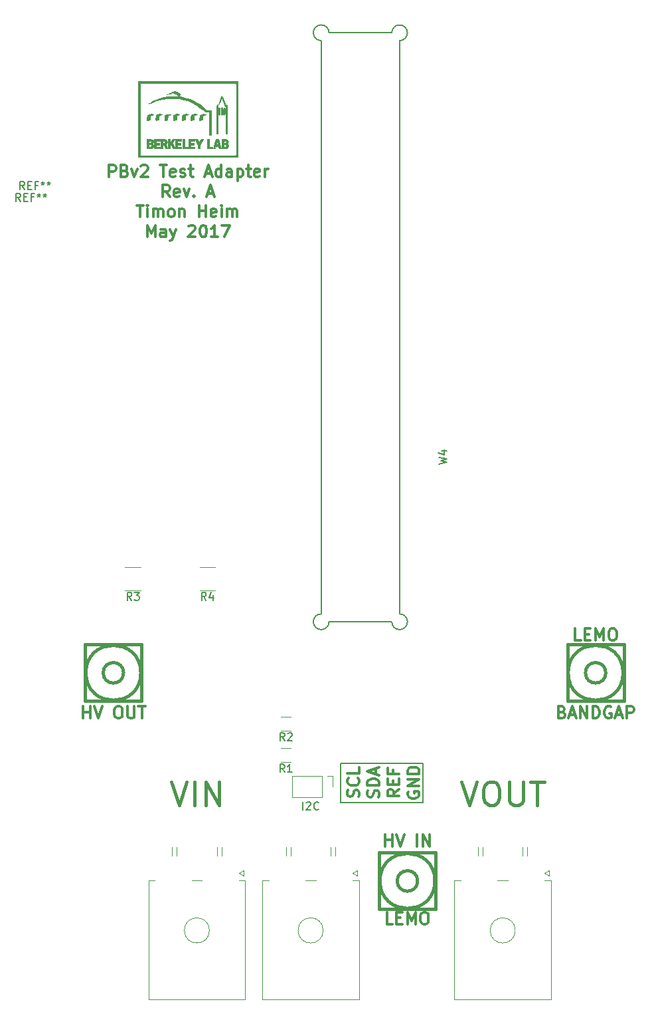
<source format=gbr>
G04 #@! TF.FileFunction,Legend,Top*
%FSLAX46Y46*%
G04 Gerber Fmt 4.6, Leading zero omitted, Abs format (unit mm)*
G04 Created by KiCad (PCBNEW 4.0.6) date 2017 May 30, Tuesday 14:38:27*
%MOMM*%
%LPD*%
G01*
G04 APERTURE LIST*
%ADD10C,0.100000*%
%ADD11C,0.200000*%
%ADD12C,0.300000*%
%ADD13C,0.120000*%
%ADD14C,0.381000*%
%ADD15C,0.010000*%
%ADD16C,0.400000*%
%ADD17C,0.304800*%
%ADD18C,0.150000*%
G04 APERTURE END LIST*
D10*
D11*
X109500000Y-129000000D02*
X109500000Y-124000000D01*
X120000000Y-129000000D02*
X109500000Y-129000000D01*
X120000000Y-124000000D02*
X120000000Y-129000000D01*
X109500000Y-124000000D02*
X120000000Y-124000000D01*
D12*
X111782143Y-128285714D02*
X111853571Y-128071428D01*
X111853571Y-127714285D01*
X111782143Y-127571428D01*
X111710714Y-127499999D01*
X111567857Y-127428571D01*
X111425000Y-127428571D01*
X111282143Y-127499999D01*
X111210714Y-127571428D01*
X111139286Y-127714285D01*
X111067857Y-127999999D01*
X110996429Y-128142857D01*
X110925000Y-128214285D01*
X110782143Y-128285714D01*
X110639286Y-128285714D01*
X110496429Y-128214285D01*
X110425000Y-128142857D01*
X110353571Y-127999999D01*
X110353571Y-127642857D01*
X110425000Y-127428571D01*
X111710714Y-125928571D02*
X111782143Y-126000000D01*
X111853571Y-126214286D01*
X111853571Y-126357143D01*
X111782143Y-126571428D01*
X111639286Y-126714286D01*
X111496429Y-126785714D01*
X111210714Y-126857143D01*
X110996429Y-126857143D01*
X110710714Y-126785714D01*
X110567857Y-126714286D01*
X110425000Y-126571428D01*
X110353571Y-126357143D01*
X110353571Y-126214286D01*
X110425000Y-126000000D01*
X110496429Y-125928571D01*
X111853571Y-124571428D02*
X111853571Y-125285714D01*
X110353571Y-125285714D01*
X114332143Y-128321428D02*
X114403571Y-128107142D01*
X114403571Y-127749999D01*
X114332143Y-127607142D01*
X114260714Y-127535713D01*
X114117857Y-127464285D01*
X113975000Y-127464285D01*
X113832143Y-127535713D01*
X113760714Y-127607142D01*
X113689286Y-127749999D01*
X113617857Y-128035713D01*
X113546429Y-128178571D01*
X113475000Y-128249999D01*
X113332143Y-128321428D01*
X113189286Y-128321428D01*
X113046429Y-128249999D01*
X112975000Y-128178571D01*
X112903571Y-128035713D01*
X112903571Y-127678571D01*
X112975000Y-127464285D01*
X114403571Y-126821428D02*
X112903571Y-126821428D01*
X112903571Y-126464285D01*
X112975000Y-126250000D01*
X113117857Y-126107142D01*
X113260714Y-126035714D01*
X113546429Y-125964285D01*
X113760714Y-125964285D01*
X114046429Y-126035714D01*
X114189286Y-126107142D01*
X114332143Y-126250000D01*
X114403571Y-126464285D01*
X114403571Y-126821428D01*
X113975000Y-125392857D02*
X113975000Y-124678571D01*
X114403571Y-125535714D02*
X112903571Y-125035714D01*
X114403571Y-124535714D01*
X116953571Y-127357142D02*
X116239286Y-127857142D01*
X116953571Y-128214285D02*
X115453571Y-128214285D01*
X115453571Y-127642857D01*
X115525000Y-127499999D01*
X115596429Y-127428571D01*
X115739286Y-127357142D01*
X115953571Y-127357142D01*
X116096429Y-127428571D01*
X116167857Y-127499999D01*
X116239286Y-127642857D01*
X116239286Y-128214285D01*
X116167857Y-126714285D02*
X116167857Y-126214285D01*
X116953571Y-125999999D02*
X116953571Y-126714285D01*
X115453571Y-126714285D01*
X115453571Y-125999999D01*
X116167857Y-124857142D02*
X116167857Y-125357142D01*
X116953571Y-125357142D02*
X115453571Y-125357142D01*
X115453571Y-124642856D01*
X118075000Y-127642857D02*
X118003571Y-127785714D01*
X118003571Y-128000000D01*
X118075000Y-128214285D01*
X118217857Y-128357143D01*
X118360714Y-128428571D01*
X118646429Y-128500000D01*
X118860714Y-128500000D01*
X119146429Y-128428571D01*
X119289286Y-128357143D01*
X119432143Y-128214285D01*
X119503571Y-128000000D01*
X119503571Y-127857143D01*
X119432143Y-127642857D01*
X119360714Y-127571428D01*
X118860714Y-127571428D01*
X118860714Y-127857143D01*
X119503571Y-126928571D02*
X118003571Y-126928571D01*
X119503571Y-126071428D01*
X118003571Y-126071428D01*
X119503571Y-125357142D02*
X118003571Y-125357142D01*
X118003571Y-124999999D01*
X118075000Y-124785714D01*
X118217857Y-124642856D01*
X118360714Y-124571428D01*
X118646429Y-124499999D01*
X118860714Y-124499999D01*
X119146429Y-124571428D01*
X119289286Y-124642856D01*
X119432143Y-124785714D01*
X119503571Y-124999999D01*
X119503571Y-125357142D01*
X79964287Y-49353571D02*
X79964287Y-47853571D01*
X80535715Y-47853571D01*
X80678573Y-47925000D01*
X80750001Y-47996429D01*
X80821430Y-48139286D01*
X80821430Y-48353571D01*
X80750001Y-48496429D01*
X80678573Y-48567857D01*
X80535715Y-48639286D01*
X79964287Y-48639286D01*
X81964287Y-48567857D02*
X82178573Y-48639286D01*
X82250001Y-48710714D01*
X82321430Y-48853571D01*
X82321430Y-49067857D01*
X82250001Y-49210714D01*
X82178573Y-49282143D01*
X82035715Y-49353571D01*
X81464287Y-49353571D01*
X81464287Y-47853571D01*
X81964287Y-47853571D01*
X82107144Y-47925000D01*
X82178573Y-47996429D01*
X82250001Y-48139286D01*
X82250001Y-48282143D01*
X82178573Y-48425000D01*
X82107144Y-48496429D01*
X81964287Y-48567857D01*
X81464287Y-48567857D01*
X82821430Y-48353571D02*
X83178573Y-49353571D01*
X83535715Y-48353571D01*
X84035715Y-47996429D02*
X84107144Y-47925000D01*
X84250001Y-47853571D01*
X84607144Y-47853571D01*
X84750001Y-47925000D01*
X84821430Y-47996429D01*
X84892858Y-48139286D01*
X84892858Y-48282143D01*
X84821430Y-48496429D01*
X83964287Y-49353571D01*
X84892858Y-49353571D01*
X86464286Y-47853571D02*
X87321429Y-47853571D01*
X86892858Y-49353571D02*
X86892858Y-47853571D01*
X88392857Y-49282143D02*
X88250000Y-49353571D01*
X87964286Y-49353571D01*
X87821429Y-49282143D01*
X87750000Y-49139286D01*
X87750000Y-48567857D01*
X87821429Y-48425000D01*
X87964286Y-48353571D01*
X88250000Y-48353571D01*
X88392857Y-48425000D01*
X88464286Y-48567857D01*
X88464286Y-48710714D01*
X87750000Y-48853571D01*
X89035714Y-49282143D02*
X89178571Y-49353571D01*
X89464286Y-49353571D01*
X89607143Y-49282143D01*
X89678571Y-49139286D01*
X89678571Y-49067857D01*
X89607143Y-48925000D01*
X89464286Y-48853571D01*
X89250000Y-48853571D01*
X89107143Y-48782143D01*
X89035714Y-48639286D01*
X89035714Y-48567857D01*
X89107143Y-48425000D01*
X89250000Y-48353571D01*
X89464286Y-48353571D01*
X89607143Y-48425000D01*
X90107143Y-48353571D02*
X90678572Y-48353571D01*
X90321429Y-47853571D02*
X90321429Y-49139286D01*
X90392857Y-49282143D01*
X90535715Y-49353571D01*
X90678572Y-49353571D01*
X92250000Y-48925000D02*
X92964286Y-48925000D01*
X92107143Y-49353571D02*
X92607143Y-47853571D01*
X93107143Y-49353571D01*
X94250000Y-49353571D02*
X94250000Y-47853571D01*
X94250000Y-49282143D02*
X94107143Y-49353571D01*
X93821429Y-49353571D01*
X93678571Y-49282143D01*
X93607143Y-49210714D01*
X93535714Y-49067857D01*
X93535714Y-48639286D01*
X93607143Y-48496429D01*
X93678571Y-48425000D01*
X93821429Y-48353571D01*
X94107143Y-48353571D01*
X94250000Y-48425000D01*
X95607143Y-49353571D02*
X95607143Y-48567857D01*
X95535714Y-48425000D01*
X95392857Y-48353571D01*
X95107143Y-48353571D01*
X94964286Y-48425000D01*
X95607143Y-49282143D02*
X95464286Y-49353571D01*
X95107143Y-49353571D01*
X94964286Y-49282143D01*
X94892857Y-49139286D01*
X94892857Y-48996429D01*
X94964286Y-48853571D01*
X95107143Y-48782143D01*
X95464286Y-48782143D01*
X95607143Y-48710714D01*
X96321429Y-48353571D02*
X96321429Y-49853571D01*
X96321429Y-48425000D02*
X96464286Y-48353571D01*
X96750000Y-48353571D01*
X96892857Y-48425000D01*
X96964286Y-48496429D01*
X97035715Y-48639286D01*
X97035715Y-49067857D01*
X96964286Y-49210714D01*
X96892857Y-49282143D01*
X96750000Y-49353571D01*
X96464286Y-49353571D01*
X96321429Y-49282143D01*
X97464286Y-48353571D02*
X98035715Y-48353571D01*
X97678572Y-47853571D02*
X97678572Y-49139286D01*
X97750000Y-49282143D01*
X97892858Y-49353571D01*
X98035715Y-49353571D01*
X99107143Y-49282143D02*
X98964286Y-49353571D01*
X98678572Y-49353571D01*
X98535715Y-49282143D01*
X98464286Y-49139286D01*
X98464286Y-48567857D01*
X98535715Y-48425000D01*
X98678572Y-48353571D01*
X98964286Y-48353571D01*
X99107143Y-48425000D01*
X99178572Y-48567857D01*
X99178572Y-48710714D01*
X98464286Y-48853571D01*
X99821429Y-49353571D02*
X99821429Y-48353571D01*
X99821429Y-48639286D02*
X99892857Y-48496429D01*
X99964286Y-48425000D01*
X100107143Y-48353571D01*
X100250000Y-48353571D01*
X87678572Y-51903571D02*
X87178572Y-51189286D01*
X86821429Y-51903571D02*
X86821429Y-50403571D01*
X87392857Y-50403571D01*
X87535715Y-50475000D01*
X87607143Y-50546429D01*
X87678572Y-50689286D01*
X87678572Y-50903571D01*
X87607143Y-51046429D01*
X87535715Y-51117857D01*
X87392857Y-51189286D01*
X86821429Y-51189286D01*
X88892857Y-51832143D02*
X88750000Y-51903571D01*
X88464286Y-51903571D01*
X88321429Y-51832143D01*
X88250000Y-51689286D01*
X88250000Y-51117857D01*
X88321429Y-50975000D01*
X88464286Y-50903571D01*
X88750000Y-50903571D01*
X88892857Y-50975000D01*
X88964286Y-51117857D01*
X88964286Y-51260714D01*
X88250000Y-51403571D01*
X89464286Y-50903571D02*
X89821429Y-51903571D01*
X90178571Y-50903571D01*
X90750000Y-51760714D02*
X90821428Y-51832143D01*
X90750000Y-51903571D01*
X90678571Y-51832143D01*
X90750000Y-51760714D01*
X90750000Y-51903571D01*
X92535714Y-51475000D02*
X93250000Y-51475000D01*
X92392857Y-51903571D02*
X92892857Y-50403571D01*
X93392857Y-51903571D01*
X83500000Y-52953571D02*
X84357143Y-52953571D01*
X83928572Y-54453571D02*
X83928572Y-52953571D01*
X84857143Y-54453571D02*
X84857143Y-53453571D01*
X84857143Y-52953571D02*
X84785714Y-53025000D01*
X84857143Y-53096429D01*
X84928571Y-53025000D01*
X84857143Y-52953571D01*
X84857143Y-53096429D01*
X85571429Y-54453571D02*
X85571429Y-53453571D01*
X85571429Y-53596429D02*
X85642857Y-53525000D01*
X85785715Y-53453571D01*
X86000000Y-53453571D01*
X86142857Y-53525000D01*
X86214286Y-53667857D01*
X86214286Y-54453571D01*
X86214286Y-53667857D02*
X86285715Y-53525000D01*
X86428572Y-53453571D01*
X86642857Y-53453571D01*
X86785715Y-53525000D01*
X86857143Y-53667857D01*
X86857143Y-54453571D01*
X87785715Y-54453571D02*
X87642857Y-54382143D01*
X87571429Y-54310714D01*
X87500000Y-54167857D01*
X87500000Y-53739286D01*
X87571429Y-53596429D01*
X87642857Y-53525000D01*
X87785715Y-53453571D01*
X88000000Y-53453571D01*
X88142857Y-53525000D01*
X88214286Y-53596429D01*
X88285715Y-53739286D01*
X88285715Y-54167857D01*
X88214286Y-54310714D01*
X88142857Y-54382143D01*
X88000000Y-54453571D01*
X87785715Y-54453571D01*
X88928572Y-53453571D02*
X88928572Y-54453571D01*
X88928572Y-53596429D02*
X89000000Y-53525000D01*
X89142858Y-53453571D01*
X89357143Y-53453571D01*
X89500000Y-53525000D01*
X89571429Y-53667857D01*
X89571429Y-54453571D01*
X91428572Y-54453571D02*
X91428572Y-52953571D01*
X91428572Y-53667857D02*
X92285715Y-53667857D01*
X92285715Y-54453571D02*
X92285715Y-52953571D01*
X93571429Y-54382143D02*
X93428572Y-54453571D01*
X93142858Y-54453571D01*
X93000001Y-54382143D01*
X92928572Y-54239286D01*
X92928572Y-53667857D01*
X93000001Y-53525000D01*
X93142858Y-53453571D01*
X93428572Y-53453571D01*
X93571429Y-53525000D01*
X93642858Y-53667857D01*
X93642858Y-53810714D01*
X92928572Y-53953571D01*
X94285715Y-54453571D02*
X94285715Y-53453571D01*
X94285715Y-52953571D02*
X94214286Y-53025000D01*
X94285715Y-53096429D01*
X94357143Y-53025000D01*
X94285715Y-52953571D01*
X94285715Y-53096429D01*
X95000001Y-54453571D02*
X95000001Y-53453571D01*
X95000001Y-53596429D02*
X95071429Y-53525000D01*
X95214287Y-53453571D01*
X95428572Y-53453571D01*
X95571429Y-53525000D01*
X95642858Y-53667857D01*
X95642858Y-54453571D01*
X95642858Y-53667857D02*
X95714287Y-53525000D01*
X95857144Y-53453571D01*
X96071429Y-53453571D01*
X96214287Y-53525000D01*
X96285715Y-53667857D01*
X96285715Y-54453571D01*
X84821430Y-57003571D02*
X84821430Y-55503571D01*
X85321430Y-56575000D01*
X85821430Y-55503571D01*
X85821430Y-57003571D01*
X87178573Y-57003571D02*
X87178573Y-56217857D01*
X87107144Y-56075000D01*
X86964287Y-56003571D01*
X86678573Y-56003571D01*
X86535716Y-56075000D01*
X87178573Y-56932143D02*
X87035716Y-57003571D01*
X86678573Y-57003571D01*
X86535716Y-56932143D01*
X86464287Y-56789286D01*
X86464287Y-56646429D01*
X86535716Y-56503571D01*
X86678573Y-56432143D01*
X87035716Y-56432143D01*
X87178573Y-56360714D01*
X87750002Y-56003571D02*
X88107145Y-57003571D01*
X88464287Y-56003571D02*
X88107145Y-57003571D01*
X87964287Y-57360714D01*
X87892859Y-57432143D01*
X87750002Y-57503571D01*
X90107144Y-55646429D02*
X90178573Y-55575000D01*
X90321430Y-55503571D01*
X90678573Y-55503571D01*
X90821430Y-55575000D01*
X90892859Y-55646429D01*
X90964287Y-55789286D01*
X90964287Y-55932143D01*
X90892859Y-56146429D01*
X90035716Y-57003571D01*
X90964287Y-57003571D01*
X91892858Y-55503571D02*
X92035715Y-55503571D01*
X92178572Y-55575000D01*
X92250001Y-55646429D01*
X92321430Y-55789286D01*
X92392858Y-56075000D01*
X92392858Y-56432143D01*
X92321430Y-56717857D01*
X92250001Y-56860714D01*
X92178572Y-56932143D01*
X92035715Y-57003571D01*
X91892858Y-57003571D01*
X91750001Y-56932143D01*
X91678572Y-56860714D01*
X91607144Y-56717857D01*
X91535715Y-56432143D01*
X91535715Y-56075000D01*
X91607144Y-55789286D01*
X91678572Y-55646429D01*
X91750001Y-55575000D01*
X91892858Y-55503571D01*
X93821429Y-57003571D02*
X92964286Y-57003571D01*
X93392858Y-57003571D02*
X93392858Y-55503571D01*
X93250001Y-55717857D01*
X93107143Y-55860714D01*
X92964286Y-55932143D01*
X94321429Y-55503571D02*
X95321429Y-55503571D01*
X94678572Y-57003571D01*
D11*
X107000000Y-105000000D02*
X107000000Y-32000000D01*
X116000000Y-106000000D02*
X108000000Y-106000000D01*
X117000000Y-32000000D02*
X117000000Y-105000000D01*
X108000000Y-31000000D02*
X116000000Y-31000000D01*
X117000000Y-32000000D02*
G75*
G03X118000000Y-31000000I0J1000000D01*
G01*
X118000000Y-31000000D02*
G75*
G03X117000000Y-30000000I-1000000J0D01*
G01*
X117000000Y-30000000D02*
G75*
G03X116000000Y-31000000I0J-1000000D01*
G01*
X106000000Y-31000000D02*
G75*
G03X107000000Y-32000000I1000000J0D01*
G01*
X107000000Y-30000000D02*
G75*
G03X106000000Y-31000000I0J-1000000D01*
G01*
X108000000Y-31000000D02*
G75*
G03X107000000Y-30000000I-1000000J0D01*
G01*
X116000000Y-106000000D02*
G75*
G03X117000000Y-107000000I1000000J0D01*
G01*
X117000000Y-107000000D02*
G75*
G03X118000000Y-106000000I0J1000000D01*
G01*
X118000000Y-106000000D02*
G75*
G03X117000000Y-105000000I-1000000J0D01*
G01*
X107000000Y-105000000D02*
G75*
G03X106000000Y-106000000I0J-1000000D01*
G01*
X107000000Y-107000000D02*
G75*
G03X108000000Y-106000000I0J1000000D01*
G01*
X106000000Y-106000000D02*
G75*
G03X107000000Y-107000000I1000000J0D01*
G01*
D13*
X92750000Y-145300000D02*
G75*
G03X92750000Y-145300000I-1600000J0D01*
G01*
X91150000Y-154050000D02*
X97325000Y-154050000D01*
X97325000Y-154050000D02*
X97325000Y-138950000D01*
X97325000Y-138950000D02*
X96500000Y-138950000D01*
X91150000Y-154050000D02*
X84975000Y-154050000D01*
X84975000Y-154050000D02*
X84975000Y-138950000D01*
X84975000Y-138950000D02*
X85800000Y-138950000D01*
X91825000Y-138950000D02*
X90475000Y-138950000D01*
X94300000Y-135825000D02*
X94300000Y-134675000D01*
X93700000Y-135825000D02*
X93700000Y-134675000D01*
X88600000Y-135825000D02*
X88600000Y-134675000D01*
X88000000Y-135825000D02*
X88000000Y-134675000D01*
X96500000Y-138000000D02*
X97100000Y-137700000D01*
X97100000Y-137700000D02*
X97100000Y-138300000D01*
X97100000Y-138300000D02*
X96500000Y-138000000D01*
X131750000Y-145300000D02*
G75*
G03X131750000Y-145300000I-1600000J0D01*
G01*
X130150000Y-154050000D02*
X136325000Y-154050000D01*
X136325000Y-154050000D02*
X136325000Y-138950000D01*
X136325000Y-138950000D02*
X135500000Y-138950000D01*
X130150000Y-154050000D02*
X123975000Y-154050000D01*
X123975000Y-154050000D02*
X123975000Y-138950000D01*
X123975000Y-138950000D02*
X124800000Y-138950000D01*
X130825000Y-138950000D02*
X129475000Y-138950000D01*
X133300000Y-135825000D02*
X133300000Y-134675000D01*
X132700000Y-135825000D02*
X132700000Y-134675000D01*
X127600000Y-135825000D02*
X127600000Y-134675000D01*
X127000000Y-135825000D02*
X127000000Y-134675000D01*
X135500000Y-138000000D02*
X136100000Y-137700000D01*
X136100000Y-137700000D02*
X136100000Y-138300000D01*
X136100000Y-138300000D02*
X135500000Y-138000000D01*
D14*
X81800480Y-112500000D02*
G75*
G03X81800480Y-112500000I-1300480J0D01*
G01*
X84000120Y-112500000D02*
G75*
G03X84000120Y-112500000I-3500120J0D01*
G01*
X76900820Y-108900820D02*
X84099180Y-108900820D01*
X84099180Y-108900820D02*
X84099180Y-116099180D01*
X84099180Y-116099180D02*
X76900820Y-116099180D01*
X76900820Y-116099180D02*
X76900820Y-108900820D01*
D13*
X101900000Y-122120000D02*
X103100000Y-122120000D01*
X103100000Y-123880000D02*
X101900000Y-123880000D01*
X101900000Y-118120000D02*
X103100000Y-118120000D01*
X103100000Y-119880000D02*
X101900000Y-119880000D01*
X82000000Y-99020000D02*
X84000000Y-99020000D01*
X84000000Y-101980000D02*
X82000000Y-101980000D01*
X91500000Y-99020000D02*
X93500000Y-99020000D01*
X93500000Y-101980000D02*
X91500000Y-101980000D01*
X107250000Y-145300000D02*
G75*
G03X107250000Y-145300000I-1600000J0D01*
G01*
X105650000Y-154050000D02*
X111825000Y-154050000D01*
X111825000Y-154050000D02*
X111825000Y-138950000D01*
X111825000Y-138950000D02*
X111000000Y-138950000D01*
X105650000Y-154050000D02*
X99475000Y-154050000D01*
X99475000Y-154050000D02*
X99475000Y-138950000D01*
X99475000Y-138950000D02*
X100300000Y-138950000D01*
X106325000Y-138950000D02*
X104975000Y-138950000D01*
X108800000Y-135825000D02*
X108800000Y-134675000D01*
X108200000Y-135825000D02*
X108200000Y-134675000D01*
X103100000Y-135825000D02*
X103100000Y-134675000D01*
X102500000Y-135825000D02*
X102500000Y-134675000D01*
X111000000Y-138000000D02*
X111600000Y-137700000D01*
X111600000Y-137700000D02*
X111600000Y-138300000D01*
X111600000Y-138300000D02*
X111000000Y-138000000D01*
D14*
X119300480Y-139000000D02*
G75*
G03X119300480Y-139000000I-1300480J0D01*
G01*
X121500120Y-139000000D02*
G75*
G03X121500120Y-139000000I-3500120J0D01*
G01*
X121599180Y-142599180D02*
X114400820Y-142599180D01*
X114400820Y-142599180D02*
X114400820Y-135400820D01*
X114400820Y-135400820D02*
X121599180Y-135400820D01*
X121599180Y-135400820D02*
X121599180Y-142599180D01*
D15*
G36*
X96375400Y-46851400D02*
X83650000Y-46851400D01*
X83650000Y-41876372D01*
X83875838Y-41876372D01*
X83875882Y-42294934D01*
X83876175Y-42711398D01*
X83876718Y-43122652D01*
X83877510Y-43525584D01*
X83878551Y-43917083D01*
X83879843Y-44294037D01*
X83881383Y-44653334D01*
X83883174Y-44991862D01*
X83885213Y-45306511D01*
X83887503Y-45594169D01*
X83890042Y-45851723D01*
X83892830Y-46076062D01*
X83895868Y-46264075D01*
X83899156Y-46412650D01*
X83902693Y-46518674D01*
X83906479Y-46579038D01*
X83909079Y-46592320D01*
X83923429Y-46595769D01*
X83960331Y-46598971D01*
X84021292Y-46601932D01*
X84107819Y-46604660D01*
X84221419Y-46607164D01*
X84363598Y-46609449D01*
X84535863Y-46611525D01*
X84739722Y-46613397D01*
X84976681Y-46615075D01*
X85248247Y-46616565D01*
X85555926Y-46617874D01*
X85901226Y-46619011D01*
X86285653Y-46619983D01*
X86710715Y-46620798D01*
X87177917Y-46621462D01*
X87688768Y-46621984D01*
X88244773Y-46622371D01*
X88847440Y-46622630D01*
X89498275Y-46622769D01*
X90016339Y-46622800D01*
X96093119Y-46622800D01*
X96132659Y-46566348D01*
X96137620Y-46555564D01*
X96142153Y-46536551D01*
X96146277Y-46507128D01*
X96150012Y-46465112D01*
X96153376Y-46408323D01*
X96156387Y-46334579D01*
X96159067Y-46241699D01*
X96161431Y-46127501D01*
X96163501Y-45989805D01*
X96165295Y-45826427D01*
X96166831Y-45635188D01*
X96168128Y-45413906D01*
X96169206Y-45160399D01*
X96170084Y-44872486D01*
X96170779Y-44547986D01*
X96171312Y-44184717D01*
X96171700Y-43780498D01*
X96171964Y-43333147D01*
X96172121Y-42840483D01*
X96172191Y-42300324D01*
X96172200Y-42002698D01*
X96172174Y-41439335D01*
X96172086Y-40924572D01*
X96171913Y-40456206D01*
X96171635Y-40032037D01*
X96171233Y-39649863D01*
X96170686Y-39307484D01*
X96169974Y-39002698D01*
X96169076Y-38733304D01*
X96167972Y-38497101D01*
X96166642Y-38291888D01*
X96165065Y-38115464D01*
X96163221Y-37965628D01*
X96161090Y-37840178D01*
X96158651Y-37736913D01*
X96155884Y-37653633D01*
X96152769Y-37588136D01*
X96149286Y-37538221D01*
X96145414Y-37501688D01*
X96141132Y-37476334D01*
X96136421Y-37459958D01*
X96131261Y-37450360D01*
X96130163Y-37449050D01*
X96124308Y-37444034D01*
X96114895Y-37439393D01*
X96100020Y-37435112D01*
X96077776Y-37431176D01*
X96046256Y-37427570D01*
X96003555Y-37424281D01*
X95947766Y-37421293D01*
X95876984Y-37418593D01*
X95789302Y-37416165D01*
X95682813Y-37413996D01*
X95555612Y-37412070D01*
X95405793Y-37410374D01*
X95231450Y-37408892D01*
X95030675Y-37407611D01*
X94801564Y-37406516D01*
X94542210Y-37405593D01*
X94250707Y-37404826D01*
X93925148Y-37404202D01*
X93563628Y-37403705D01*
X93164240Y-37403323D01*
X92725079Y-37403039D01*
X92244237Y-37402840D01*
X91719810Y-37402711D01*
X91149890Y-37402638D01*
X90532572Y-37402605D01*
X90013843Y-37402600D01*
X89326219Y-37402654D01*
X88687887Y-37402823D01*
X88097342Y-37403114D01*
X87553075Y-37403535D01*
X87053579Y-37404092D01*
X86597347Y-37404794D01*
X86182873Y-37405648D01*
X85808648Y-37406662D01*
X85473166Y-37407843D01*
X85174920Y-37409198D01*
X84912403Y-37410735D01*
X84684106Y-37412462D01*
X84488525Y-37414387D01*
X84324150Y-37416516D01*
X84189475Y-37418857D01*
X84082993Y-37421418D01*
X84003197Y-37424206D01*
X83948580Y-37427229D01*
X83917634Y-37430495D01*
X83909079Y-37433080D01*
X83905130Y-37462034D01*
X83901431Y-37538677D01*
X83897981Y-37659896D01*
X83894780Y-37822579D01*
X83891829Y-38023615D01*
X83889128Y-38259893D01*
X83886676Y-38528300D01*
X83884474Y-38825725D01*
X83882521Y-39149056D01*
X83880818Y-39495181D01*
X83879364Y-39860990D01*
X83878160Y-40243370D01*
X83877205Y-40639210D01*
X83876500Y-41045398D01*
X83876044Y-41458822D01*
X83875838Y-41876372D01*
X83650000Y-41876372D01*
X83650000Y-37174000D01*
X96375400Y-37174000D01*
X96375400Y-46851400D01*
X96375400Y-46851400D01*
G37*
X96375400Y-46851400D02*
X83650000Y-46851400D01*
X83650000Y-41876372D01*
X83875838Y-41876372D01*
X83875882Y-42294934D01*
X83876175Y-42711398D01*
X83876718Y-43122652D01*
X83877510Y-43525584D01*
X83878551Y-43917083D01*
X83879843Y-44294037D01*
X83881383Y-44653334D01*
X83883174Y-44991862D01*
X83885213Y-45306511D01*
X83887503Y-45594169D01*
X83890042Y-45851723D01*
X83892830Y-46076062D01*
X83895868Y-46264075D01*
X83899156Y-46412650D01*
X83902693Y-46518674D01*
X83906479Y-46579038D01*
X83909079Y-46592320D01*
X83923429Y-46595769D01*
X83960331Y-46598971D01*
X84021292Y-46601932D01*
X84107819Y-46604660D01*
X84221419Y-46607164D01*
X84363598Y-46609449D01*
X84535863Y-46611525D01*
X84739722Y-46613397D01*
X84976681Y-46615075D01*
X85248247Y-46616565D01*
X85555926Y-46617874D01*
X85901226Y-46619011D01*
X86285653Y-46619983D01*
X86710715Y-46620798D01*
X87177917Y-46621462D01*
X87688768Y-46621984D01*
X88244773Y-46622371D01*
X88847440Y-46622630D01*
X89498275Y-46622769D01*
X90016339Y-46622800D01*
X96093119Y-46622800D01*
X96132659Y-46566348D01*
X96137620Y-46555564D01*
X96142153Y-46536551D01*
X96146277Y-46507128D01*
X96150012Y-46465112D01*
X96153376Y-46408323D01*
X96156387Y-46334579D01*
X96159067Y-46241699D01*
X96161431Y-46127501D01*
X96163501Y-45989805D01*
X96165295Y-45826427D01*
X96166831Y-45635188D01*
X96168128Y-45413906D01*
X96169206Y-45160399D01*
X96170084Y-44872486D01*
X96170779Y-44547986D01*
X96171312Y-44184717D01*
X96171700Y-43780498D01*
X96171964Y-43333147D01*
X96172121Y-42840483D01*
X96172191Y-42300324D01*
X96172200Y-42002698D01*
X96172174Y-41439335D01*
X96172086Y-40924572D01*
X96171913Y-40456206D01*
X96171635Y-40032037D01*
X96171233Y-39649863D01*
X96170686Y-39307484D01*
X96169974Y-39002698D01*
X96169076Y-38733304D01*
X96167972Y-38497101D01*
X96166642Y-38291888D01*
X96165065Y-38115464D01*
X96163221Y-37965628D01*
X96161090Y-37840178D01*
X96158651Y-37736913D01*
X96155884Y-37653633D01*
X96152769Y-37588136D01*
X96149286Y-37538221D01*
X96145414Y-37501688D01*
X96141132Y-37476334D01*
X96136421Y-37459958D01*
X96131261Y-37450360D01*
X96130163Y-37449050D01*
X96124308Y-37444034D01*
X96114895Y-37439393D01*
X96100020Y-37435112D01*
X96077776Y-37431176D01*
X96046256Y-37427570D01*
X96003555Y-37424281D01*
X95947766Y-37421293D01*
X95876984Y-37418593D01*
X95789302Y-37416165D01*
X95682813Y-37413996D01*
X95555612Y-37412070D01*
X95405793Y-37410374D01*
X95231450Y-37408892D01*
X95030675Y-37407611D01*
X94801564Y-37406516D01*
X94542210Y-37405593D01*
X94250707Y-37404826D01*
X93925148Y-37404202D01*
X93563628Y-37403705D01*
X93164240Y-37403323D01*
X92725079Y-37403039D01*
X92244237Y-37402840D01*
X91719810Y-37402711D01*
X91149890Y-37402638D01*
X90532572Y-37402605D01*
X90013843Y-37402600D01*
X89326219Y-37402654D01*
X88687887Y-37402823D01*
X88097342Y-37403114D01*
X87553075Y-37403535D01*
X87053579Y-37404092D01*
X86597347Y-37404794D01*
X86182873Y-37405648D01*
X85808648Y-37406662D01*
X85473166Y-37407843D01*
X85174920Y-37409198D01*
X84912403Y-37410735D01*
X84684106Y-37412462D01*
X84488525Y-37414387D01*
X84324150Y-37416516D01*
X84189475Y-37418857D01*
X84082993Y-37421418D01*
X84003197Y-37424206D01*
X83948580Y-37427229D01*
X83917634Y-37430495D01*
X83909079Y-37433080D01*
X83905130Y-37462034D01*
X83901431Y-37538677D01*
X83897981Y-37659896D01*
X83894780Y-37822579D01*
X83891829Y-38023615D01*
X83889128Y-38259893D01*
X83886676Y-38528300D01*
X83884474Y-38825725D01*
X83882521Y-39149056D01*
X83880818Y-39495181D01*
X83879364Y-39860990D01*
X83878160Y-40243370D01*
X83877205Y-40639210D01*
X83876500Y-41045398D01*
X83876044Y-41458822D01*
X83875838Y-41876372D01*
X83650000Y-41876372D01*
X83650000Y-37174000D01*
X96375400Y-37174000D01*
X96375400Y-46851400D01*
G36*
X85053350Y-44545449D02*
X85225911Y-44556652D01*
X85355313Y-44575764D01*
X85448929Y-44605480D01*
X85514129Y-44648495D01*
X85558288Y-44707504D01*
X85571103Y-44734727D01*
X85597891Y-44851157D01*
X85584843Y-44963422D01*
X85533909Y-45056010D01*
X85530211Y-45060048D01*
X85478011Y-45115613D01*
X85529312Y-45162040D01*
X85588065Y-45246738D01*
X85613875Y-45353807D01*
X85606954Y-45467123D01*
X85567509Y-45570567D01*
X85523288Y-45626044D01*
X85464733Y-45671503D01*
X85396128Y-45702662D01*
X85307077Y-45721863D01*
X85187183Y-45731452D01*
X85045346Y-45733800D01*
X84767600Y-45733800D01*
X84767600Y-45225800D01*
X85021600Y-45225800D01*
X85021600Y-45530600D01*
X85130248Y-45530600D01*
X85212933Y-45521384D01*
X85282778Y-45498502D01*
X85295348Y-45491059D01*
X85341133Y-45431541D01*
X85348999Y-45355553D01*
X85317717Y-45281764D01*
X85309763Y-45272250D01*
X85255698Y-45238836D01*
X85167154Y-45226133D01*
X85144663Y-45225800D01*
X85021600Y-45225800D01*
X84767600Y-45225800D01*
X84767600Y-44768600D01*
X85021600Y-44768600D01*
X85021600Y-45022600D01*
X85117548Y-45022600D01*
X85197506Y-45012095D01*
X85264735Y-44986462D01*
X85269948Y-44983059D01*
X85314855Y-44926778D01*
X85324321Y-44858277D01*
X85295920Y-44799080D01*
X85253766Y-44780962D01*
X85181983Y-44770044D01*
X85143520Y-44768600D01*
X85021600Y-44768600D01*
X84767600Y-44768600D01*
X84767600Y-44533607D01*
X85053350Y-44545449D01*
X85053350Y-44545449D01*
G37*
X85053350Y-44545449D02*
X85225911Y-44556652D01*
X85355313Y-44575764D01*
X85448929Y-44605480D01*
X85514129Y-44648495D01*
X85558288Y-44707504D01*
X85571103Y-44734727D01*
X85597891Y-44851157D01*
X85584843Y-44963422D01*
X85533909Y-45056010D01*
X85530211Y-45060048D01*
X85478011Y-45115613D01*
X85529312Y-45162040D01*
X85588065Y-45246738D01*
X85613875Y-45353807D01*
X85606954Y-45467123D01*
X85567509Y-45570567D01*
X85523288Y-45626044D01*
X85464733Y-45671503D01*
X85396128Y-45702662D01*
X85307077Y-45721863D01*
X85187183Y-45731452D01*
X85045346Y-45733800D01*
X84767600Y-45733800D01*
X84767600Y-45225800D01*
X85021600Y-45225800D01*
X85021600Y-45530600D01*
X85130248Y-45530600D01*
X85212933Y-45521384D01*
X85282778Y-45498502D01*
X85295348Y-45491059D01*
X85341133Y-45431541D01*
X85348999Y-45355553D01*
X85317717Y-45281764D01*
X85309763Y-45272250D01*
X85255698Y-45238836D01*
X85167154Y-45226133D01*
X85144663Y-45225800D01*
X85021600Y-45225800D01*
X84767600Y-45225800D01*
X84767600Y-44768600D01*
X85021600Y-44768600D01*
X85021600Y-45022600D01*
X85117548Y-45022600D01*
X85197506Y-45012095D01*
X85264735Y-44986462D01*
X85269948Y-44983059D01*
X85314855Y-44926778D01*
X85324321Y-44858277D01*
X85295920Y-44799080D01*
X85253766Y-44780962D01*
X85181983Y-44770044D01*
X85143520Y-44768600D01*
X85021600Y-44768600D01*
X84767600Y-44768600D01*
X84767600Y-44533607D01*
X85053350Y-44545449D01*
G36*
X86418600Y-44768600D02*
X85936000Y-44768600D01*
X85936000Y-45022600D01*
X86342400Y-45022600D01*
X86342400Y-45251200D01*
X85936000Y-45251200D01*
X85936000Y-45505200D01*
X86444000Y-45505200D01*
X86444000Y-45733800D01*
X85682000Y-45733800D01*
X85682000Y-44540000D01*
X86418600Y-44540000D01*
X86418600Y-44768600D01*
X86418600Y-44768600D01*
G37*
X86418600Y-44768600D02*
X85936000Y-44768600D01*
X85936000Y-45022600D01*
X86342400Y-45022600D01*
X86342400Y-45251200D01*
X85936000Y-45251200D01*
X85936000Y-45505200D01*
X86444000Y-45505200D01*
X86444000Y-45733800D01*
X85682000Y-45733800D01*
X85682000Y-44540000D01*
X86418600Y-44540000D01*
X86418600Y-44768600D01*
G36*
X86755150Y-44540141D02*
X86919742Y-44543699D01*
X87043724Y-44555797D01*
X87136920Y-44578881D01*
X87209154Y-44615394D01*
X87270248Y-44667782D01*
X87270943Y-44668507D01*
X87314531Y-44720828D01*
X87337016Y-44773614D01*
X87345037Y-44847057D01*
X87345700Y-44895857D01*
X87342549Y-44985327D01*
X87328223Y-45044876D01*
X87295412Y-45095236D01*
X87262922Y-45130583D01*
X87180144Y-45215988D01*
X87281972Y-45450764D01*
X87324972Y-45552303D01*
X87358992Y-45637195D01*
X87379636Y-45694206D01*
X87383800Y-45710997D01*
X87360650Y-45724603D01*
X87299353Y-45730020D01*
X87251397Y-45728777D01*
X87118995Y-45721100D01*
X87018702Y-45486150D01*
X86971888Y-45378974D01*
X86937691Y-45310426D01*
X86909848Y-45271971D01*
X86882096Y-45255075D01*
X86848174Y-45251204D01*
X86846304Y-45251200D01*
X86774200Y-45251200D01*
X86774200Y-45733800D01*
X86494800Y-45733800D01*
X86494800Y-44768600D01*
X86774200Y-44768600D01*
X86774200Y-45022600D01*
X86899759Y-45022600D01*
X86983295Y-45017567D01*
X87034041Y-44998510D01*
X87064859Y-44966148D01*
X87097855Y-44910233D01*
X87095789Y-44869987D01*
X87056921Y-44822734D01*
X87053600Y-44819400D01*
X86989028Y-44780974D01*
X86892161Y-44768610D01*
X86888500Y-44768600D01*
X86774200Y-44768600D01*
X86494800Y-44768600D01*
X86494800Y-44540000D01*
X86755150Y-44540141D01*
X86755150Y-44540141D01*
G37*
X86755150Y-44540141D02*
X86919742Y-44543699D01*
X87043724Y-44555797D01*
X87136920Y-44578881D01*
X87209154Y-44615394D01*
X87270248Y-44667782D01*
X87270943Y-44668507D01*
X87314531Y-44720828D01*
X87337016Y-44773614D01*
X87345037Y-44847057D01*
X87345700Y-44895857D01*
X87342549Y-44985327D01*
X87328223Y-45044876D01*
X87295412Y-45095236D01*
X87262922Y-45130583D01*
X87180144Y-45215988D01*
X87281972Y-45450764D01*
X87324972Y-45552303D01*
X87358992Y-45637195D01*
X87379636Y-45694206D01*
X87383800Y-45710997D01*
X87360650Y-45724603D01*
X87299353Y-45730020D01*
X87251397Y-45728777D01*
X87118995Y-45721100D01*
X87018702Y-45486150D01*
X86971888Y-45378974D01*
X86937691Y-45310426D01*
X86909848Y-45271971D01*
X86882096Y-45255075D01*
X86848174Y-45251204D01*
X86846304Y-45251200D01*
X86774200Y-45251200D01*
X86774200Y-45733800D01*
X86494800Y-45733800D01*
X86494800Y-44768600D01*
X86774200Y-44768600D01*
X86774200Y-45022600D01*
X86899759Y-45022600D01*
X86983295Y-45017567D01*
X87034041Y-44998510D01*
X87064859Y-44966148D01*
X87097855Y-44910233D01*
X87095789Y-44869987D01*
X87056921Y-44822734D01*
X87053600Y-44819400D01*
X86989028Y-44780974D01*
X86892161Y-44768610D01*
X86888500Y-44768600D01*
X86774200Y-44768600D01*
X86494800Y-44768600D01*
X86494800Y-44540000D01*
X86755150Y-44540141D01*
G36*
X88310706Y-44543544D02*
X88327732Y-44558012D01*
X88318372Y-44589865D01*
X88281735Y-44645794D01*
X88216929Y-44732492D01*
X88166584Y-44798850D01*
X88102953Y-44885567D01*
X88053066Y-44958514D01*
X88023725Y-45007477D01*
X88018800Y-45020783D01*
X88030525Y-45051468D01*
X88062756Y-45117767D01*
X88111077Y-45211028D01*
X88171070Y-45322601D01*
X88196600Y-45369067D01*
X88259879Y-45485061D01*
X88313228Y-45585711D01*
X88352243Y-45662483D01*
X88372521Y-45706848D01*
X88374400Y-45713552D01*
X88351447Y-45724583D01*
X88291995Y-45729748D01*
X88228536Y-45728717D01*
X88082672Y-45721100D01*
X87952414Y-45484326D01*
X87822155Y-45247552D01*
X87768077Y-45316301D01*
X87736988Y-45367500D01*
X87720265Y-45431631D01*
X87714258Y-45525110D01*
X87714000Y-45559425D01*
X87714000Y-45733800D01*
X87460000Y-45733800D01*
X87460000Y-44540000D01*
X87712022Y-44540000D01*
X87726700Y-44984500D01*
X87888411Y-44762250D01*
X88050123Y-44540000D01*
X88201060Y-44540000D01*
X88268185Y-44539770D01*
X88310706Y-44543544D01*
X88310706Y-44543544D01*
G37*
X88310706Y-44543544D02*
X88327732Y-44558012D01*
X88318372Y-44589865D01*
X88281735Y-44645794D01*
X88216929Y-44732492D01*
X88166584Y-44798850D01*
X88102953Y-44885567D01*
X88053066Y-44958514D01*
X88023725Y-45007477D01*
X88018800Y-45020783D01*
X88030525Y-45051468D01*
X88062756Y-45117767D01*
X88111077Y-45211028D01*
X88171070Y-45322601D01*
X88196600Y-45369067D01*
X88259879Y-45485061D01*
X88313228Y-45585711D01*
X88352243Y-45662483D01*
X88372521Y-45706848D01*
X88374400Y-45713552D01*
X88351447Y-45724583D01*
X88291995Y-45729748D01*
X88228536Y-45728717D01*
X88082672Y-45721100D01*
X87952414Y-45484326D01*
X87822155Y-45247552D01*
X87768077Y-45316301D01*
X87736988Y-45367500D01*
X87720265Y-45431631D01*
X87714258Y-45525110D01*
X87714000Y-45559425D01*
X87714000Y-45733800D01*
X87460000Y-45733800D01*
X87460000Y-44540000D01*
X87712022Y-44540000D01*
X87726700Y-44984500D01*
X87888411Y-44762250D01*
X88050123Y-44540000D01*
X88201060Y-44540000D01*
X88268185Y-44539770D01*
X88310706Y-44543544D01*
G36*
X89161800Y-44768600D02*
X88679200Y-44768600D01*
X88679200Y-45022600D01*
X89085600Y-45022600D01*
X89085600Y-45251200D01*
X88679200Y-45251200D01*
X88679200Y-45505200D01*
X89187200Y-45505200D01*
X89187200Y-45733800D01*
X88425200Y-45733800D01*
X88425200Y-44540000D01*
X89161800Y-44540000D01*
X89161800Y-44768600D01*
X89161800Y-44768600D01*
G37*
X89161800Y-44768600D02*
X88679200Y-44768600D01*
X88679200Y-45022600D01*
X89085600Y-45022600D01*
X89085600Y-45251200D01*
X88679200Y-45251200D01*
X88679200Y-45505200D01*
X89187200Y-45505200D01*
X89187200Y-45733800D01*
X88425200Y-45733800D01*
X88425200Y-44540000D01*
X89161800Y-44540000D01*
X89161800Y-44768600D01*
G36*
X89542800Y-45505200D02*
X90025400Y-45505200D01*
X90025400Y-45733800D01*
X89288800Y-45733800D01*
X89288800Y-44540000D01*
X89542800Y-44540000D01*
X89542800Y-45505200D01*
X89542800Y-45505200D01*
G37*
X89542800Y-45505200D02*
X90025400Y-45505200D01*
X90025400Y-45733800D01*
X89288800Y-45733800D01*
X89288800Y-44540000D01*
X89542800Y-44540000D01*
X89542800Y-45505200D01*
G36*
X90863600Y-44768600D02*
X90381000Y-44768600D01*
X90381000Y-45022600D01*
X90787400Y-45022600D01*
X90787400Y-45251200D01*
X90381000Y-45251200D01*
X90381000Y-45505200D01*
X90889000Y-45505200D01*
X90889000Y-45733800D01*
X90127000Y-45733800D01*
X90127000Y-44540000D01*
X90863600Y-44540000D01*
X90863600Y-44768600D01*
X90863600Y-44768600D01*
G37*
X90863600Y-44768600D02*
X90381000Y-44768600D01*
X90381000Y-45022600D01*
X90787400Y-45022600D01*
X90787400Y-45251200D01*
X90381000Y-45251200D01*
X90381000Y-45505200D01*
X90889000Y-45505200D01*
X90889000Y-45733800D01*
X90127000Y-45733800D01*
X90127000Y-44540000D01*
X90863600Y-44540000D01*
X90863600Y-44768600D01*
G36*
X91428311Y-45035172D02*
X91552602Y-44787586D01*
X91676894Y-44540000D01*
X91803647Y-44540000D01*
X91876012Y-44544560D01*
X91921900Y-44556219D01*
X91930400Y-44565308D01*
X91918563Y-44595233D01*
X91885929Y-44661028D01*
X91836815Y-44754401D01*
X91775536Y-44867064D01*
X91739900Y-44931229D01*
X91549400Y-45271841D01*
X91549400Y-45733800D01*
X91295400Y-45733800D01*
X91295400Y-45265700D01*
X91104900Y-44917736D01*
X91039621Y-44797593D01*
X90983981Y-44693463D01*
X90942158Y-44613302D01*
X90918329Y-44565069D01*
X90914400Y-44554886D01*
X90937325Y-44546583D01*
X90996235Y-44541180D01*
X91048367Y-44540000D01*
X91182335Y-44540000D01*
X91428311Y-45035172D01*
X91428311Y-45035172D01*
G37*
X91428311Y-45035172D02*
X91552602Y-44787586D01*
X91676894Y-44540000D01*
X91803647Y-44540000D01*
X91876012Y-44544560D01*
X91921900Y-44556219D01*
X91930400Y-44565308D01*
X91918563Y-44595233D01*
X91885929Y-44661028D01*
X91836815Y-44754401D01*
X91775536Y-44867064D01*
X91739900Y-44931229D01*
X91549400Y-45271841D01*
X91549400Y-45733800D01*
X91295400Y-45733800D01*
X91295400Y-45265700D01*
X91104900Y-44917736D01*
X91039621Y-44797593D01*
X90983981Y-44693463D01*
X90942158Y-44613302D01*
X90918329Y-44565069D01*
X90914400Y-44554886D01*
X90937325Y-44546583D01*
X90996235Y-44541180D01*
X91048367Y-44540000D01*
X91182335Y-44540000D01*
X91428311Y-45035172D01*
G36*
X92692400Y-45505200D02*
X93175000Y-45505200D01*
X93175000Y-45733800D01*
X92438400Y-45733800D01*
X92438400Y-44540000D01*
X92692400Y-44540000D01*
X92692400Y-45505200D01*
X92692400Y-45505200D01*
G37*
X92692400Y-45505200D02*
X93175000Y-45505200D01*
X93175000Y-45733800D01*
X92438400Y-45733800D01*
X92438400Y-44540000D01*
X92692400Y-44540000D01*
X92692400Y-45505200D01*
G36*
X94061442Y-45092450D02*
X94107513Y-45254123D01*
X94149444Y-45401109D01*
X94185053Y-45525772D01*
X94212158Y-45620477D01*
X94228578Y-45677589D01*
X94232006Y-45689350D01*
X94233143Y-45715109D01*
X94209769Y-45728528D01*
X94151311Y-45733392D01*
X94107853Y-45733800D01*
X93970483Y-45733800D01*
X93939220Y-45594100D01*
X93907956Y-45454400D01*
X93582819Y-45454400D01*
X93501595Y-45733800D01*
X93376397Y-45733800D01*
X93304262Y-45730318D01*
X93258460Y-45721432D01*
X93250066Y-45714750D01*
X93256251Y-45685871D01*
X93274221Y-45615101D01*
X93302105Y-45509480D01*
X93338032Y-45376046D01*
X93379047Y-45225800D01*
X93636294Y-45225800D01*
X93735847Y-45225800D01*
X93798562Y-45221496D01*
X93832698Y-45210768D01*
X93834819Y-45206750D01*
X93828511Y-45174373D01*
X93812441Y-45106929D01*
X93789959Y-45018427D01*
X93787734Y-45009900D01*
X93741228Y-44832100D01*
X93710488Y-44946400D01*
X93686126Y-45037384D01*
X93663225Y-45123532D01*
X93658021Y-45143250D01*
X93636294Y-45225800D01*
X93379047Y-45225800D01*
X93380129Y-45221837D01*
X93408793Y-45117850D01*
X93568654Y-44540000D01*
X93904095Y-44540000D01*
X94061442Y-45092450D01*
X94061442Y-45092450D01*
G37*
X94061442Y-45092450D02*
X94107513Y-45254123D01*
X94149444Y-45401109D01*
X94185053Y-45525772D01*
X94212158Y-45620477D01*
X94228578Y-45677589D01*
X94232006Y-45689350D01*
X94233143Y-45715109D01*
X94209769Y-45728528D01*
X94151311Y-45733392D01*
X94107853Y-45733800D01*
X93970483Y-45733800D01*
X93939220Y-45594100D01*
X93907956Y-45454400D01*
X93582819Y-45454400D01*
X93501595Y-45733800D01*
X93376397Y-45733800D01*
X93304262Y-45730318D01*
X93258460Y-45721432D01*
X93250066Y-45714750D01*
X93256251Y-45685871D01*
X93274221Y-45615101D01*
X93302105Y-45509480D01*
X93338032Y-45376046D01*
X93379047Y-45225800D01*
X93636294Y-45225800D01*
X93735847Y-45225800D01*
X93798562Y-45221496D01*
X93832698Y-45210768D01*
X93834819Y-45206750D01*
X93828511Y-45174373D01*
X93812441Y-45106929D01*
X93789959Y-45018427D01*
X93787734Y-45009900D01*
X93741228Y-44832100D01*
X93710488Y-44946400D01*
X93686126Y-45037384D01*
X93663225Y-45123532D01*
X93658021Y-45143250D01*
X93636294Y-45225800D01*
X93379047Y-45225800D01*
X93380129Y-45221837D01*
X93408793Y-45117850D01*
X93568654Y-44540000D01*
X93904095Y-44540000D01*
X94061442Y-45092450D01*
G36*
X94720546Y-44547554D02*
X94878280Y-44571508D01*
X94994554Y-44613796D01*
X95072985Y-44676352D01*
X95117193Y-44761111D01*
X95130800Y-44867786D01*
X95116130Y-44985631D01*
X95083784Y-45049634D01*
X95055758Y-45088713D01*
X95052610Y-45120626D01*
X95076061Y-45165171D01*
X95096484Y-45195692D01*
X95145232Y-45306698D01*
X95153349Y-45424742D01*
X95124060Y-45537427D01*
X95060592Y-45632358D01*
X94966171Y-45697139D01*
X94965959Y-45697228D01*
X94878488Y-45718713D01*
X94741506Y-45730849D01*
X94598215Y-45733800D01*
X94318000Y-45733800D01*
X94318000Y-45225800D01*
X94572000Y-45225800D01*
X94572000Y-45530600D01*
X94686300Y-45530600D01*
X94784377Y-45518979D01*
X94849753Y-45481422D01*
X94851400Y-45479800D01*
X94896253Y-45408802D01*
X94896100Y-45339628D01*
X94856324Y-45280560D01*
X94782306Y-45239878D01*
X94686300Y-45225800D01*
X94572000Y-45225800D01*
X94318000Y-45225800D01*
X94318000Y-44768600D01*
X94572000Y-44768600D01*
X94572000Y-45022600D01*
X94667948Y-45022600D01*
X94747906Y-45012095D01*
X94815135Y-44986462D01*
X94820348Y-44983059D01*
X94870611Y-44927288D01*
X94876447Y-44869575D01*
X94843166Y-44818303D01*
X94776080Y-44781857D01*
X94684485Y-44768600D01*
X94572000Y-44768600D01*
X94318000Y-44768600D01*
X94318000Y-44540000D01*
X94517733Y-44540000D01*
X94720546Y-44547554D01*
X94720546Y-44547554D01*
G37*
X94720546Y-44547554D02*
X94878280Y-44571508D01*
X94994554Y-44613796D01*
X95072985Y-44676352D01*
X95117193Y-44761111D01*
X95130800Y-44867786D01*
X95116130Y-44985631D01*
X95083784Y-45049634D01*
X95055758Y-45088713D01*
X95052610Y-45120626D01*
X95076061Y-45165171D01*
X95096484Y-45195692D01*
X95145232Y-45306698D01*
X95153349Y-45424742D01*
X95124060Y-45537427D01*
X95060592Y-45632358D01*
X94966171Y-45697139D01*
X94965959Y-45697228D01*
X94878488Y-45718713D01*
X94741506Y-45730849D01*
X94598215Y-45733800D01*
X94318000Y-45733800D01*
X94318000Y-45225800D01*
X94572000Y-45225800D01*
X94572000Y-45530600D01*
X94686300Y-45530600D01*
X94784377Y-45518979D01*
X94849753Y-45481422D01*
X94851400Y-45479800D01*
X94896253Y-45408802D01*
X94896100Y-45339628D01*
X94856324Y-45280560D01*
X94782306Y-45239878D01*
X94686300Y-45225800D01*
X94572000Y-45225800D01*
X94318000Y-45225800D01*
X94318000Y-44768600D01*
X94572000Y-44768600D01*
X94572000Y-45022600D01*
X94667948Y-45022600D01*
X94747906Y-45012095D01*
X94815135Y-44986462D01*
X94820348Y-44983059D01*
X94870611Y-44927288D01*
X94876447Y-44869575D01*
X94843166Y-44818303D01*
X94776080Y-44781857D01*
X94684485Y-44768600D01*
X94572000Y-44768600D01*
X94318000Y-44768600D01*
X94318000Y-44540000D01*
X94517733Y-44540000D01*
X94720546Y-44547554D01*
G36*
X88905359Y-39142077D02*
X89373804Y-39211113D01*
X89490207Y-39234748D01*
X89879178Y-39336079D01*
X90274618Y-39472100D01*
X90667956Y-39638283D01*
X91050621Y-39830103D01*
X91414043Y-40043031D01*
X91749652Y-40272542D01*
X92048876Y-40514109D01*
X92221818Y-40677490D01*
X92398937Y-40857000D01*
X92971800Y-40857000D01*
X92971800Y-44032000D01*
X92717800Y-44032000D01*
X92717800Y-41085600D01*
X92204697Y-41085600D01*
X92023098Y-40924976D01*
X91623082Y-40595735D01*
X91205534Y-40298826D01*
X90776384Y-40037533D01*
X90341560Y-39815142D01*
X89906992Y-39634936D01*
X89478609Y-39500200D01*
X89427418Y-39487123D01*
X88913407Y-39383419D01*
X88394070Y-39327273D01*
X87866931Y-39318736D01*
X87329514Y-39357855D01*
X86779343Y-39444681D01*
X86328089Y-39548593D01*
X86031534Y-39632756D01*
X85738186Y-39728603D01*
X85464187Y-39830532D01*
X85239824Y-39926360D01*
X85148417Y-39966598D01*
X85075573Y-39994887D01*
X85032526Y-40007028D01*
X85026040Y-40006307D01*
X85019996Y-39998719D01*
X85022403Y-39989944D01*
X85039478Y-39976365D01*
X85077434Y-39954364D01*
X85142486Y-39920324D01*
X85240848Y-39870629D01*
X85371060Y-39805496D01*
X85692286Y-39653876D01*
X86018419Y-39516625D01*
X86338652Y-39397704D01*
X86642180Y-39301079D01*
X86918196Y-39230711D01*
X86964700Y-39221024D01*
X87433512Y-39147881D01*
X87922021Y-39110390D01*
X88417034Y-39108479D01*
X88905359Y-39142077D01*
X88905359Y-39142077D01*
G37*
X88905359Y-39142077D02*
X89373804Y-39211113D01*
X89490207Y-39234748D01*
X89879178Y-39336079D01*
X90274618Y-39472100D01*
X90667956Y-39638283D01*
X91050621Y-39830103D01*
X91414043Y-40043031D01*
X91749652Y-40272542D01*
X92048876Y-40514109D01*
X92221818Y-40677490D01*
X92398937Y-40857000D01*
X92971800Y-40857000D01*
X92971800Y-44032000D01*
X92717800Y-44032000D01*
X92717800Y-41085600D01*
X92204697Y-41085600D01*
X92023098Y-40924976D01*
X91623082Y-40595735D01*
X91205534Y-40298826D01*
X90776384Y-40037533D01*
X90341560Y-39815142D01*
X89906992Y-39634936D01*
X89478609Y-39500200D01*
X89427418Y-39487123D01*
X88913407Y-39383419D01*
X88394070Y-39327273D01*
X87866931Y-39318736D01*
X87329514Y-39357855D01*
X86779343Y-39444681D01*
X86328089Y-39548593D01*
X86031534Y-39632756D01*
X85738186Y-39728603D01*
X85464187Y-39830532D01*
X85239824Y-39926360D01*
X85148417Y-39966598D01*
X85075573Y-39994887D01*
X85032526Y-40007028D01*
X85026040Y-40006307D01*
X85019996Y-39998719D01*
X85022403Y-39989944D01*
X85039478Y-39976365D01*
X85077434Y-39954364D01*
X85142486Y-39920324D01*
X85240848Y-39870629D01*
X85371060Y-39805496D01*
X85692286Y-39653876D01*
X86018419Y-39516625D01*
X86338652Y-39397704D01*
X86642180Y-39301079D01*
X86918196Y-39230711D01*
X86964700Y-39221024D01*
X87433512Y-39147881D01*
X87922021Y-39110390D01*
X88417034Y-39108479D01*
X88905359Y-39142077D01*
G36*
X93759742Y-40186464D02*
X93773472Y-40234700D01*
X93780217Y-40275821D01*
X93786087Y-40343263D01*
X93791133Y-40439795D01*
X93795405Y-40568191D01*
X93798956Y-40731223D01*
X93801835Y-40931663D01*
X93804092Y-41172283D01*
X93805780Y-41455856D01*
X93806949Y-41785153D01*
X93807561Y-42095250D01*
X93810000Y-43828800D01*
X93657600Y-43828800D01*
X93657600Y-42140950D01*
X93657803Y-41785312D01*
X93658500Y-41476751D01*
X93659819Y-41211543D01*
X93661890Y-40985965D01*
X93664842Y-40796295D01*
X93668803Y-40638810D01*
X93673903Y-40509788D01*
X93680270Y-40405506D01*
X93688035Y-40322240D01*
X93697326Y-40256269D01*
X93708272Y-40203869D01*
X93721003Y-40161318D01*
X93726790Y-40145800D01*
X93740632Y-40144114D01*
X93759742Y-40186464D01*
X93759742Y-40186464D01*
G37*
X93759742Y-40186464D02*
X93773472Y-40234700D01*
X93780217Y-40275821D01*
X93786087Y-40343263D01*
X93791133Y-40439795D01*
X93795405Y-40568191D01*
X93798956Y-40731223D01*
X93801835Y-40931663D01*
X93804092Y-41172283D01*
X93805780Y-41455856D01*
X93806949Y-41785153D01*
X93807561Y-42095250D01*
X93810000Y-43828800D01*
X93657600Y-43828800D01*
X93657600Y-42140950D01*
X93657803Y-41785312D01*
X93658500Y-41476751D01*
X93659819Y-41211543D01*
X93661890Y-40985965D01*
X93664842Y-40796295D01*
X93668803Y-40638810D01*
X93673903Y-40509788D01*
X93680270Y-40405506D01*
X93688035Y-40322240D01*
X93697326Y-40256269D01*
X93708272Y-40203869D01*
X93721003Y-40161318D01*
X93726790Y-40145800D01*
X93740632Y-40144114D01*
X93759742Y-40186464D01*
G36*
X94939621Y-40160688D02*
X94967735Y-40225592D01*
X94987723Y-40283674D01*
X94995993Y-40313043D01*
X95003103Y-40350080D01*
X95009137Y-40398566D01*
X95014183Y-40462283D01*
X95018324Y-40545012D01*
X95021647Y-40650533D01*
X95024237Y-40782629D01*
X95026180Y-40945080D01*
X95027560Y-41141667D01*
X95028464Y-41376172D01*
X95028976Y-41652376D01*
X95029183Y-41974060D01*
X95029200Y-42118824D01*
X95029200Y-43828800D01*
X94826000Y-43828800D01*
X94826000Y-42093424D01*
X94826106Y-41749415D01*
X94826479Y-41452471D01*
X94827203Y-41198857D01*
X94828361Y-40984838D01*
X94830034Y-40806680D01*
X94832306Y-40660647D01*
X94835260Y-40543005D01*
X94838979Y-40450019D01*
X94843545Y-40377955D01*
X94849041Y-40323076D01*
X94855550Y-40281650D01*
X94863156Y-40249940D01*
X94867171Y-40237216D01*
X94894033Y-40168309D01*
X94916618Y-40142197D01*
X94939621Y-40160688D01*
X94939621Y-40160688D01*
G37*
X94939621Y-40160688D02*
X94967735Y-40225592D01*
X94987723Y-40283674D01*
X94995993Y-40313043D01*
X95003103Y-40350080D01*
X95009137Y-40398566D01*
X95014183Y-40462283D01*
X95018324Y-40545012D01*
X95021647Y-40650533D01*
X95024237Y-40782629D01*
X95026180Y-40945080D01*
X95027560Y-41141667D01*
X95028464Y-41376172D01*
X95028976Y-41652376D01*
X95029183Y-41974060D01*
X95029200Y-42118824D01*
X95029200Y-43828800D01*
X94826000Y-43828800D01*
X94826000Y-42093424D01*
X94826106Y-41749415D01*
X94826479Y-41452471D01*
X94827203Y-41198857D01*
X94828361Y-40984838D01*
X94830034Y-40806680D01*
X94832306Y-40660647D01*
X94835260Y-40543005D01*
X94838979Y-40450019D01*
X94843545Y-40377955D01*
X94849041Y-40323076D01*
X94855550Y-40281650D01*
X94863156Y-40249940D01*
X94867171Y-40237216D01*
X94894033Y-40168309D01*
X94916618Y-40142197D01*
X94939621Y-40160688D01*
G36*
X85387504Y-41347377D02*
X85493058Y-41357663D01*
X85571820Y-41374678D01*
X85592561Y-41383496D01*
X85611716Y-41399654D01*
X85598139Y-41413313D01*
X85545115Y-41428127D01*
X85489763Y-41439441D01*
X85398912Y-41457173D01*
X85321680Y-41472505D01*
X85285537Y-41479883D01*
X85251936Y-41496473D01*
X85231205Y-41537021D01*
X85217220Y-41614285D01*
X85215908Y-41624933D01*
X85206707Y-41729404D01*
X85200788Y-41849955D01*
X85199620Y-41915649D01*
X85199400Y-42072598D01*
X85053350Y-42100799D01*
X84962553Y-42118530D01*
X84884404Y-42134134D01*
X84849592Y-42141323D01*
X84798099Y-42138620D01*
X84779216Y-42120636D01*
X84776169Y-42083030D01*
X84777715Y-42006738D01*
X84783416Y-41903625D01*
X84790742Y-41809003D01*
X84802197Y-41685720D01*
X84813247Y-41601925D01*
X84827145Y-41546440D01*
X84847148Y-41508084D01*
X84876509Y-41475679D01*
X84891873Y-41461637D01*
X84968167Y-41409855D01*
X85059110Y-41369105D01*
X85077755Y-41363432D01*
X85163087Y-41349608D01*
X85271925Y-41344474D01*
X85387504Y-41347377D01*
X85387504Y-41347377D01*
G37*
X85387504Y-41347377D02*
X85493058Y-41357663D01*
X85571820Y-41374678D01*
X85592561Y-41383496D01*
X85611716Y-41399654D01*
X85598139Y-41413313D01*
X85545115Y-41428127D01*
X85489763Y-41439441D01*
X85398912Y-41457173D01*
X85321680Y-41472505D01*
X85285537Y-41479883D01*
X85251936Y-41496473D01*
X85231205Y-41537021D01*
X85217220Y-41614285D01*
X85215908Y-41624933D01*
X85206707Y-41729404D01*
X85200788Y-41849955D01*
X85199620Y-41915649D01*
X85199400Y-42072598D01*
X85053350Y-42100799D01*
X84962553Y-42118530D01*
X84884404Y-42134134D01*
X84849592Y-42141323D01*
X84798099Y-42138620D01*
X84779216Y-42120636D01*
X84776169Y-42083030D01*
X84777715Y-42006738D01*
X84783416Y-41903625D01*
X84790742Y-41809003D01*
X84802197Y-41685720D01*
X84813247Y-41601925D01*
X84827145Y-41546440D01*
X84847148Y-41508084D01*
X84876509Y-41475679D01*
X84891873Y-41461637D01*
X84968167Y-41409855D01*
X85059110Y-41369105D01*
X85077755Y-41363432D01*
X85163087Y-41349608D01*
X85271925Y-41344474D01*
X85387504Y-41347377D01*
G36*
X87600139Y-41356956D02*
X87704427Y-41366873D01*
X87785737Y-41382107D01*
X87833223Y-41400889D01*
X87841000Y-41412397D01*
X87817840Y-41425276D01*
X87756432Y-41441749D01*
X87668887Y-41458712D01*
X87645887Y-41462425D01*
X87552939Y-41477552D01*
X87482129Y-41490355D01*
X87446087Y-41498514D01*
X87444057Y-41499475D01*
X87439989Y-41525934D01*
X87433965Y-41592821D01*
X87426817Y-41689841D01*
X87419816Y-41799317D01*
X87402292Y-42092444D01*
X87227474Y-42122422D01*
X87135903Y-42137454D01*
X87062911Y-42148212D01*
X87024097Y-42152398D01*
X87023850Y-42152400D01*
X87011466Y-42135561D01*
X87005234Y-42081992D01*
X87004956Y-41987116D01*
X87010432Y-41846353D01*
X87010489Y-41845217D01*
X87018764Y-41722962D01*
X87029850Y-41617726D01*
X87042290Y-41540797D01*
X87054522Y-41503588D01*
X87127597Y-41445972D01*
X87235566Y-41398202D01*
X87362712Y-41365751D01*
X87483718Y-41354124D01*
X87600139Y-41356956D01*
X87600139Y-41356956D01*
G37*
X87600139Y-41356956D02*
X87704427Y-41366873D01*
X87785737Y-41382107D01*
X87833223Y-41400889D01*
X87841000Y-41412397D01*
X87817840Y-41425276D01*
X87756432Y-41441749D01*
X87668887Y-41458712D01*
X87645887Y-41462425D01*
X87552939Y-41477552D01*
X87482129Y-41490355D01*
X87446087Y-41498514D01*
X87444057Y-41499475D01*
X87439989Y-41525934D01*
X87433965Y-41592821D01*
X87426817Y-41689841D01*
X87419816Y-41799317D01*
X87402292Y-42092444D01*
X87227474Y-42122422D01*
X87135903Y-42137454D01*
X87062911Y-42148212D01*
X87024097Y-42152398D01*
X87023850Y-42152400D01*
X87011466Y-42135561D01*
X87005234Y-42081992D01*
X87004956Y-41987116D01*
X87010432Y-41846353D01*
X87010489Y-41845217D01*
X87018764Y-41722962D01*
X87029850Y-41617726D01*
X87042290Y-41540797D01*
X87054522Y-41503588D01*
X87127597Y-41445972D01*
X87235566Y-41398202D01*
X87362712Y-41365751D01*
X87483718Y-41354124D01*
X87600139Y-41356956D01*
G36*
X92147295Y-41351635D02*
X92208711Y-41364567D01*
X92273697Y-41387206D01*
X92290516Y-41407551D01*
X92258418Y-41426327D01*
X92176649Y-41444254D01*
X92116514Y-41453178D01*
X92031010Y-41466894D01*
X91972306Y-41486928D01*
X91934576Y-41522246D01*
X91911989Y-41581816D01*
X91898718Y-41674605D01*
X91889370Y-41802614D01*
X91880003Y-41928384D01*
X91869671Y-42011607D01*
X91856695Y-42060531D01*
X91839393Y-42083403D01*
X91831443Y-42086948D01*
X91789682Y-42096515D01*
X91718312Y-42110765D01*
X91634302Y-42126562D01*
X91554621Y-42140770D01*
X91496237Y-42150252D01*
X91477357Y-42152400D01*
X91473971Y-42128669D01*
X91473460Y-42063979D01*
X91475712Y-41968084D01*
X91480614Y-41850736D01*
X91480889Y-41845217D01*
X91490239Y-41708060D01*
X91502616Y-41598712D01*
X91516875Y-41525656D01*
X91527518Y-41500460D01*
X91607317Y-41437438D01*
X91722936Y-41388302D01*
X91860634Y-41355796D01*
X92006667Y-41342660D01*
X92147295Y-41351635D01*
X92147295Y-41351635D01*
G37*
X92147295Y-41351635D02*
X92208711Y-41364567D01*
X92273697Y-41387206D01*
X92290516Y-41407551D01*
X92258418Y-41426327D01*
X92176649Y-41444254D01*
X92116514Y-41453178D01*
X92031010Y-41466894D01*
X91972306Y-41486928D01*
X91934576Y-41522246D01*
X91911989Y-41581816D01*
X91898718Y-41674605D01*
X91889370Y-41802614D01*
X91880003Y-41928384D01*
X91869671Y-42011607D01*
X91856695Y-42060531D01*
X91839393Y-42083403D01*
X91831443Y-42086948D01*
X91789682Y-42096515D01*
X91718312Y-42110765D01*
X91634302Y-42126562D01*
X91554621Y-42140770D01*
X91496237Y-42150252D01*
X91477357Y-42152400D01*
X91473971Y-42128669D01*
X91473460Y-42063979D01*
X91475712Y-41968084D01*
X91480614Y-41850736D01*
X91480889Y-41845217D01*
X91490239Y-41708060D01*
X91502616Y-41598712D01*
X91516875Y-41525656D01*
X91527518Y-41500460D01*
X91607317Y-41437438D01*
X91722936Y-41388302D01*
X91860634Y-41355796D01*
X92006667Y-41342660D01*
X92147295Y-41351635D01*
G36*
X86453445Y-41343261D02*
X86582905Y-41352332D01*
X86666107Y-41366083D01*
X86702118Y-41383380D01*
X86690009Y-41403090D01*
X86628849Y-41424078D01*
X86534957Y-41442506D01*
X86441658Y-41459362D01*
X86369957Y-41475710D01*
X86332841Y-41488502D01*
X86330663Y-41490440D01*
X86325014Y-41521094D01*
X86317563Y-41591483D01*
X86309343Y-41690622D01*
X86302502Y-41789638D01*
X86284622Y-42072200D01*
X86127280Y-42099600D01*
X86021882Y-42118389D01*
X85951172Y-42126444D01*
X85908839Y-42116520D01*
X85888574Y-42081371D01*
X85884066Y-42013754D01*
X85889004Y-41906422D01*
X85893294Y-41830953D01*
X85901427Y-41699773D01*
X85910620Y-41608987D01*
X85922959Y-41548198D01*
X85940530Y-41507010D01*
X85964507Y-41475992D01*
X86061141Y-41403379D01*
X86190244Y-41359165D01*
X86356475Y-41342085D01*
X86453445Y-41343261D01*
X86453445Y-41343261D01*
G37*
X86453445Y-41343261D02*
X86582905Y-41352332D01*
X86666107Y-41366083D01*
X86702118Y-41383380D01*
X86690009Y-41403090D01*
X86628849Y-41424078D01*
X86534957Y-41442506D01*
X86441658Y-41459362D01*
X86369957Y-41475710D01*
X86332841Y-41488502D01*
X86330663Y-41490440D01*
X86325014Y-41521094D01*
X86317563Y-41591483D01*
X86309343Y-41690622D01*
X86302502Y-41789638D01*
X86284622Y-42072200D01*
X86127280Y-42099600D01*
X86021882Y-42118389D01*
X85951172Y-42126444D01*
X85908839Y-42116520D01*
X85888574Y-42081371D01*
X85884066Y-42013754D01*
X85889004Y-41906422D01*
X85893294Y-41830953D01*
X85901427Y-41699773D01*
X85910620Y-41608987D01*
X85922959Y-41548198D01*
X85940530Y-41507010D01*
X85964507Y-41475992D01*
X86061141Y-41403379D01*
X86190244Y-41359165D01*
X86356475Y-41342085D01*
X86453445Y-41343261D01*
G36*
X88691844Y-41344558D02*
X88819518Y-41354748D01*
X88901507Y-41368914D01*
X88936703Y-41386096D01*
X88923996Y-41405332D01*
X88862279Y-41425661D01*
X88799875Y-41438225D01*
X88709311Y-41453004D01*
X88635520Y-41463267D01*
X88598242Y-41466600D01*
X88574584Y-41490868D01*
X88554644Y-41559291D01*
X88539411Y-41665299D01*
X88529874Y-41802320D01*
X88526980Y-41940242D01*
X88526800Y-42070985D01*
X88365969Y-42098992D01*
X88259023Y-42118058D01*
X88187328Y-42126291D01*
X88144406Y-42116446D01*
X88123778Y-42081284D01*
X88118965Y-42013561D01*
X88123488Y-41906035D01*
X88127366Y-41832272D01*
X88134829Y-41701973D01*
X88143459Y-41611953D01*
X88155362Y-41551699D01*
X88172644Y-41510700D01*
X88197410Y-41478442D01*
X88198467Y-41477311D01*
X88295422Y-41403655D01*
X88423061Y-41359181D01*
X88586568Y-41342494D01*
X88691844Y-41344558D01*
X88691844Y-41344558D01*
G37*
X88691844Y-41344558D02*
X88819518Y-41354748D01*
X88901507Y-41368914D01*
X88936703Y-41386096D01*
X88923996Y-41405332D01*
X88862279Y-41425661D01*
X88799875Y-41438225D01*
X88709311Y-41453004D01*
X88635520Y-41463267D01*
X88598242Y-41466600D01*
X88574584Y-41490868D01*
X88554644Y-41559291D01*
X88539411Y-41665299D01*
X88529874Y-41802320D01*
X88526980Y-41940242D01*
X88526800Y-42070985D01*
X88365969Y-42098992D01*
X88259023Y-42118058D01*
X88187328Y-42126291D01*
X88144406Y-42116446D01*
X88123778Y-42081284D01*
X88118965Y-42013561D01*
X88123488Y-41906035D01*
X88127366Y-41832272D01*
X88134829Y-41701973D01*
X88143459Y-41611953D01*
X88155362Y-41551699D01*
X88172644Y-41510700D01*
X88197410Y-41478442D01*
X88198467Y-41477311D01*
X88295422Y-41403655D01*
X88423061Y-41359181D01*
X88586568Y-41342494D01*
X88691844Y-41344558D01*
G36*
X89815749Y-41344785D02*
X89948060Y-41353702D01*
X90035882Y-41366873D01*
X90077896Y-41383329D01*
X90072782Y-41402099D01*
X90019220Y-41422213D01*
X89942875Y-41438225D01*
X89852300Y-41453004D01*
X89778487Y-41463267D01*
X89741187Y-41466600D01*
X89716103Y-41490962D01*
X89695549Y-41560159D01*
X89680435Y-41668355D01*
X89671671Y-41809712D01*
X89669800Y-41924918D01*
X89669800Y-42070985D01*
X89508969Y-42098992D01*
X89395836Y-42117388D01*
X89323454Y-42124641D01*
X89282882Y-42120159D01*
X89265179Y-42103346D01*
X89261541Y-42082550D01*
X89260569Y-41988421D01*
X89263444Y-41871488D01*
X89269274Y-41750838D01*
X89277171Y-41645561D01*
X89284895Y-41582105D01*
X89299478Y-41523070D01*
X89326909Y-41481096D01*
X89379505Y-41442508D01*
X89441434Y-41408321D01*
X89511752Y-41373413D01*
X89570810Y-41352484D01*
X89634878Y-41342772D01*
X89720226Y-41341516D01*
X89815749Y-41344785D01*
X89815749Y-41344785D01*
G37*
X89815749Y-41344785D02*
X89948060Y-41353702D01*
X90035882Y-41366873D01*
X90077896Y-41383329D01*
X90072782Y-41402099D01*
X90019220Y-41422213D01*
X89942875Y-41438225D01*
X89852300Y-41453004D01*
X89778487Y-41463267D01*
X89741187Y-41466600D01*
X89716103Y-41490962D01*
X89695549Y-41560159D01*
X89680435Y-41668355D01*
X89671671Y-41809712D01*
X89669800Y-41924918D01*
X89669800Y-42070985D01*
X89508969Y-42098992D01*
X89395836Y-42117388D01*
X89323454Y-42124641D01*
X89282882Y-42120159D01*
X89265179Y-42103346D01*
X89261541Y-42082550D01*
X89260569Y-41988421D01*
X89263444Y-41871488D01*
X89269274Y-41750838D01*
X89277171Y-41645561D01*
X89284895Y-41582105D01*
X89299478Y-41523070D01*
X89326909Y-41481096D01*
X89379505Y-41442508D01*
X89441434Y-41408321D01*
X89511752Y-41373413D01*
X89570810Y-41352484D01*
X89634878Y-41342772D01*
X89720226Y-41341516D01*
X89815749Y-41344785D01*
G36*
X91047750Y-41337802D02*
X91125683Y-41357201D01*
X91178670Y-41376063D01*
X91193800Y-41387689D01*
X91170717Y-41400585D01*
X91109880Y-41416801D01*
X91023898Y-41433046D01*
X91013819Y-41434635D01*
X90923142Y-41450395D01*
X90853508Y-41465712D01*
X90819009Y-41477452D01*
X90818211Y-41478121D01*
X90805378Y-41513390D01*
X90792033Y-41586437D01*
X90779745Y-41684282D01*
X90770086Y-41793948D01*
X90764626Y-41902453D01*
X90764143Y-41924979D01*
X90762000Y-42065859D01*
X90583728Y-42096429D01*
X90491296Y-42111622D01*
X90417395Y-42122566D01*
X90377413Y-42126990D01*
X90376643Y-42127000D01*
X90363923Y-42109930D01*
X90357801Y-42055638D01*
X90358059Y-41959496D01*
X90363202Y-41840136D01*
X90370600Y-41721623D01*
X90378890Y-41619901D01*
X90386981Y-41546884D01*
X90392885Y-41516286D01*
X90442477Y-41452158D01*
X90531147Y-41397725D01*
X90647609Y-41356063D01*
X90780573Y-41330248D01*
X90918753Y-41323357D01*
X91047750Y-41337802D01*
X91047750Y-41337802D01*
G37*
X91047750Y-41337802D02*
X91125683Y-41357201D01*
X91178670Y-41376063D01*
X91193800Y-41387689D01*
X91170717Y-41400585D01*
X91109880Y-41416801D01*
X91023898Y-41433046D01*
X91013819Y-41434635D01*
X90923142Y-41450395D01*
X90853508Y-41465712D01*
X90819009Y-41477452D01*
X90818211Y-41478121D01*
X90805378Y-41513390D01*
X90792033Y-41586437D01*
X90779745Y-41684282D01*
X90770086Y-41793948D01*
X90764626Y-41902453D01*
X90764143Y-41924979D01*
X90762000Y-42065859D01*
X90583728Y-42096429D01*
X90491296Y-42111622D01*
X90417395Y-42122566D01*
X90377413Y-42126990D01*
X90376643Y-42127000D01*
X90363923Y-42109930D01*
X90357801Y-42055638D01*
X90358059Y-41959496D01*
X90363202Y-41840136D01*
X90370600Y-41721623D01*
X90378890Y-41619901D01*
X90386981Y-41546884D01*
X90392885Y-41516286D01*
X90442477Y-41452158D01*
X90531147Y-41397725D01*
X90647609Y-41356063D01*
X90780573Y-41330248D01*
X90918753Y-41323357D01*
X91047750Y-41337802D01*
G36*
X94042756Y-40515419D02*
X94059882Y-40523868D01*
X94072163Y-40541462D01*
X94080232Y-40575380D01*
X94084720Y-40632806D01*
X94086261Y-40720918D01*
X94085486Y-40846900D01*
X94083628Y-40979545D01*
X94076700Y-41428500D01*
X94012249Y-41436016D01*
X93956766Y-41435338D01*
X93929699Y-41425432D01*
X93923771Y-41395254D01*
X93918657Y-41322928D01*
X93914702Y-41217106D01*
X93912249Y-41086438D01*
X93911600Y-40969784D01*
X93912121Y-40808893D01*
X93914119Y-40691692D01*
X93918247Y-40611075D01*
X93925159Y-40559939D01*
X93935506Y-40531180D01*
X93949942Y-40517693D01*
X93953278Y-40516241D01*
X94012581Y-40509938D01*
X94042756Y-40515419D01*
X94042756Y-40515419D01*
G37*
X94042756Y-40515419D02*
X94059882Y-40523868D01*
X94072163Y-40541462D01*
X94080232Y-40575380D01*
X94084720Y-40632806D01*
X94086261Y-40720918D01*
X94085486Y-40846900D01*
X94083628Y-40979545D01*
X94076700Y-41428500D01*
X94012249Y-41436016D01*
X93956766Y-41435338D01*
X93929699Y-41425432D01*
X93923771Y-41395254D01*
X93918657Y-41322928D01*
X93914702Y-41217106D01*
X93912249Y-41086438D01*
X93911600Y-40969784D01*
X93912121Y-40808893D01*
X93914119Y-40691692D01*
X93918247Y-40611075D01*
X93925159Y-40559939D01*
X93935506Y-40531180D01*
X93949942Y-40517693D01*
X93953278Y-40516241D01*
X94012581Y-40509938D01*
X94042756Y-40515419D01*
G36*
X94362450Y-40516964D02*
X94379310Y-40533033D01*
X94391673Y-40561853D01*
X94400424Y-40611024D01*
X94406449Y-40688143D01*
X94410636Y-40800809D01*
X94413870Y-40956620D01*
X94413893Y-40957956D01*
X94415690Y-41127154D01*
X94413667Y-41252111D01*
X94406537Y-41339325D01*
X94393009Y-41395293D01*
X94371795Y-41426512D01*
X94341605Y-41439478D01*
X94318000Y-41441200D01*
X94263689Y-41422882D01*
X94244266Y-41406072D01*
X94231954Y-41367224D01*
X94224172Y-41284457D01*
X94220815Y-41155606D01*
X94221775Y-40978510D01*
X94222106Y-40957956D01*
X94225337Y-40801797D01*
X94229513Y-40688839D01*
X94235522Y-40611484D01*
X94244249Y-40562134D01*
X94256582Y-40533190D01*
X94273406Y-40517055D01*
X94273550Y-40516964D01*
X94328209Y-40502542D01*
X94362450Y-40516964D01*
X94362450Y-40516964D01*
G37*
X94362450Y-40516964D02*
X94379310Y-40533033D01*
X94391673Y-40561853D01*
X94400424Y-40611024D01*
X94406449Y-40688143D01*
X94410636Y-40800809D01*
X94413870Y-40956620D01*
X94413893Y-40957956D01*
X94415690Y-41127154D01*
X94413667Y-41252111D01*
X94406537Y-41339325D01*
X94393009Y-41395293D01*
X94371795Y-41426512D01*
X94341605Y-41439478D01*
X94318000Y-41441200D01*
X94263689Y-41422882D01*
X94244266Y-41406072D01*
X94231954Y-41367224D01*
X94224172Y-41284457D01*
X94220815Y-41155606D01*
X94221775Y-40978510D01*
X94222106Y-40957956D01*
X94225337Y-40801797D01*
X94229513Y-40688839D01*
X94235522Y-40611484D01*
X94244249Y-40562134D01*
X94256582Y-40533190D01*
X94273406Y-40517055D01*
X94273550Y-40516964D01*
X94328209Y-40502542D01*
X94362450Y-40516964D01*
G36*
X94665987Y-40524896D02*
X94684485Y-40541314D01*
X94700438Y-40565799D01*
X94711654Y-40607353D01*
X94718877Y-40673836D01*
X94722855Y-40773108D01*
X94724332Y-40913029D01*
X94724400Y-40962084D01*
X94722680Y-41103679D01*
X94717921Y-41227409D01*
X94710722Y-41323470D01*
X94701683Y-41382061D01*
X94698106Y-41392069D01*
X94656278Y-41427816D01*
X94596213Y-41441998D01*
X94544160Y-41429332D01*
X94538133Y-41424266D01*
X94529663Y-41390787D01*
X94523868Y-41317037D01*
X94520589Y-41213464D01*
X94519668Y-41090517D01*
X94520946Y-40958646D01*
X94524263Y-40828300D01*
X94529462Y-40709927D01*
X94536385Y-40613978D01*
X94544871Y-40550901D01*
X94551679Y-40531880D01*
X94607104Y-40503132D01*
X94665987Y-40524896D01*
X94665987Y-40524896D01*
G37*
X94665987Y-40524896D02*
X94684485Y-40541314D01*
X94700438Y-40565799D01*
X94711654Y-40607353D01*
X94718877Y-40673836D01*
X94722855Y-40773108D01*
X94724332Y-40913029D01*
X94724400Y-40962084D01*
X94722680Y-41103679D01*
X94717921Y-41227409D01*
X94710722Y-41323470D01*
X94701683Y-41382061D01*
X94698106Y-41392069D01*
X94656278Y-41427816D01*
X94596213Y-41441998D01*
X94544160Y-41429332D01*
X94538133Y-41424266D01*
X94529663Y-41390787D01*
X94523868Y-41317037D01*
X94520589Y-41213464D01*
X94519668Y-41090517D01*
X94520946Y-40958646D01*
X94524263Y-40828300D01*
X94529462Y-40709927D01*
X94536385Y-40613978D01*
X94544871Y-40550901D01*
X94551679Y-40531880D01*
X94607104Y-40503132D01*
X94665987Y-40524896D01*
G36*
X94329284Y-39039539D02*
X94359504Y-39097650D01*
X94403183Y-39190560D01*
X94457497Y-39312134D01*
X94519625Y-39456237D01*
X94568345Y-39572263D01*
X94642705Y-39752108D01*
X94699305Y-39891918D01*
X94740285Y-39998397D01*
X94767782Y-40078249D01*
X94783936Y-40138180D01*
X94790885Y-40184894D01*
X94790768Y-40225095D01*
X94786954Y-40257549D01*
X94772258Y-40326462D01*
X94754899Y-40368431D01*
X94746915Y-40374400D01*
X94724672Y-40356168D01*
X94724400Y-40352817D01*
X94715099Y-40323974D01*
X94689070Y-40255323D01*
X94649118Y-40153949D01*
X94598048Y-40026937D01*
X94538669Y-39881372D01*
X94512288Y-39817284D01*
X94300177Y-39303333D01*
X94124938Y-39699116D01*
X94052472Y-39860151D01*
X93997033Y-39976819D01*
X93956923Y-40051979D01*
X93930446Y-40088486D01*
X93915905Y-40089198D01*
X93911600Y-40058364D01*
X93920601Y-40025218D01*
X93945341Y-39953723D01*
X93982426Y-39852589D01*
X94028462Y-39730526D01*
X94080055Y-39596242D01*
X94133809Y-39458449D01*
X94186330Y-39325856D01*
X94234225Y-39207173D01*
X94274098Y-39111109D01*
X94302556Y-39046375D01*
X94315346Y-39022363D01*
X94329284Y-39039539D01*
X94329284Y-39039539D01*
G37*
X94329284Y-39039539D02*
X94359504Y-39097650D01*
X94403183Y-39190560D01*
X94457497Y-39312134D01*
X94519625Y-39456237D01*
X94568345Y-39572263D01*
X94642705Y-39752108D01*
X94699305Y-39891918D01*
X94740285Y-39998397D01*
X94767782Y-40078249D01*
X94783936Y-40138180D01*
X94790885Y-40184894D01*
X94790768Y-40225095D01*
X94786954Y-40257549D01*
X94772258Y-40326462D01*
X94754899Y-40368431D01*
X94746915Y-40374400D01*
X94724672Y-40356168D01*
X94724400Y-40352817D01*
X94715099Y-40323974D01*
X94689070Y-40255323D01*
X94649118Y-40153949D01*
X94598048Y-40026937D01*
X94538669Y-39881372D01*
X94512288Y-39817284D01*
X94300177Y-39303333D01*
X94124938Y-39699116D01*
X94052472Y-39860151D01*
X93997033Y-39976819D01*
X93956923Y-40051979D01*
X93930446Y-40088486D01*
X93915905Y-40089198D01*
X93911600Y-40058364D01*
X93920601Y-40025218D01*
X93945341Y-39953723D01*
X93982426Y-39852589D01*
X94028462Y-39730526D01*
X94080055Y-39596242D01*
X94133809Y-39458449D01*
X94186330Y-39325856D01*
X94234225Y-39207173D01*
X94274098Y-39111109D01*
X94302556Y-39046375D01*
X94315346Y-39022363D01*
X94329284Y-39039539D01*
G36*
X88361748Y-38405022D02*
X88427755Y-38437554D01*
X88520909Y-38486395D01*
X88632703Y-38547143D01*
X88685259Y-38576316D01*
X89013058Y-38759432D01*
X88996423Y-38848105D01*
X88979780Y-38907822D01*
X88948778Y-38953817D01*
X88891894Y-38999101D01*
X88826977Y-39039439D01*
X88779393Y-39064641D01*
X88759239Y-39057774D01*
X88750777Y-39013693D01*
X88741673Y-38984558D01*
X88717353Y-38954276D01*
X88671260Y-38918123D01*
X88596838Y-38871375D01*
X88487532Y-38809306D01*
X88402792Y-38762917D01*
X88062885Y-38578278D01*
X87705031Y-38738361D01*
X87581267Y-38792721D01*
X87474560Y-38837684D01*
X87393100Y-38869950D01*
X87345078Y-38886219D01*
X87335855Y-38887122D01*
X87335116Y-38866829D01*
X87364256Y-38850323D01*
X87430490Y-38816713D01*
X87525547Y-38769931D01*
X87641160Y-38713907D01*
X87769057Y-38652572D01*
X87900970Y-38589859D01*
X88028629Y-38529697D01*
X88143765Y-38476019D01*
X88238108Y-38432757D01*
X88303389Y-38403840D01*
X88331338Y-38393200D01*
X88331393Y-38393200D01*
X88361748Y-38405022D01*
X88361748Y-38405022D01*
G37*
X88361748Y-38405022D02*
X88427755Y-38437554D01*
X88520909Y-38486395D01*
X88632703Y-38547143D01*
X88685259Y-38576316D01*
X89013058Y-38759432D01*
X88996423Y-38848105D01*
X88979780Y-38907822D01*
X88948778Y-38953817D01*
X88891894Y-38999101D01*
X88826977Y-39039439D01*
X88779393Y-39064641D01*
X88759239Y-39057774D01*
X88750777Y-39013693D01*
X88741673Y-38984558D01*
X88717353Y-38954276D01*
X88671260Y-38918123D01*
X88596838Y-38871375D01*
X88487532Y-38809306D01*
X88402792Y-38762917D01*
X88062885Y-38578278D01*
X87705031Y-38738361D01*
X87581267Y-38792721D01*
X87474560Y-38837684D01*
X87393100Y-38869950D01*
X87345078Y-38886219D01*
X87335855Y-38887122D01*
X87335116Y-38866829D01*
X87364256Y-38850323D01*
X87430490Y-38816713D01*
X87525547Y-38769931D01*
X87641160Y-38713907D01*
X87769057Y-38652572D01*
X87900970Y-38589859D01*
X88028629Y-38529697D01*
X88143765Y-38476019D01*
X88238108Y-38432757D01*
X88303389Y-38403840D01*
X88331338Y-38393200D01*
X88331393Y-38393200D01*
X88361748Y-38405022D01*
D13*
X107135000Y-125670000D02*
X103265000Y-125670000D01*
X103265000Y-125670000D02*
X103265000Y-128330000D01*
X103265000Y-128330000D02*
X107135000Y-128330000D01*
X107135000Y-128330000D02*
X107135000Y-125670000D01*
X107770000Y-125670000D02*
X108465000Y-125670000D01*
X108465000Y-125670000D02*
X108465000Y-127000000D01*
D14*
X143300480Y-112500000D02*
G75*
G03X143300480Y-112500000I-1300480J0D01*
G01*
X145500120Y-112500000D02*
G75*
G03X145500120Y-112500000I-3500120J0D01*
G01*
X138400820Y-108900820D02*
X145599180Y-108900820D01*
X145599180Y-108900820D02*
X145599180Y-116099180D01*
X145599180Y-116099180D02*
X138400820Y-116099180D01*
X138400820Y-116099180D02*
X138400820Y-108900820D01*
D16*
X87864286Y-126357143D02*
X88864286Y-129357143D01*
X89864286Y-126357143D01*
X90864287Y-129357143D02*
X90864287Y-126357143D01*
X92292858Y-129357143D02*
X92292858Y-126357143D01*
X94007143Y-129357143D01*
X94007143Y-126357143D01*
X124864286Y-126357143D02*
X125864286Y-129357143D01*
X126864286Y-126357143D01*
X128435715Y-126357143D02*
X129007144Y-126357143D01*
X129292858Y-126500000D01*
X129578572Y-126785714D01*
X129721430Y-127357143D01*
X129721430Y-128357143D01*
X129578572Y-128928571D01*
X129292858Y-129214286D01*
X129007144Y-129357143D01*
X128435715Y-129357143D01*
X128150001Y-129214286D01*
X127864287Y-128928571D01*
X127721430Y-128357143D01*
X127721430Y-127357143D01*
X127864287Y-126785714D01*
X128150001Y-126500000D01*
X128435715Y-126357143D01*
X131007144Y-126357143D02*
X131007144Y-128785714D01*
X131150001Y-129071429D01*
X131292858Y-129214286D01*
X131578572Y-129357143D01*
X132150001Y-129357143D01*
X132435715Y-129214286D01*
X132578572Y-129071429D01*
X132721429Y-128785714D01*
X132721429Y-126357143D01*
X133721429Y-126357143D02*
X135435715Y-126357143D01*
X134578572Y-129357143D02*
X134578572Y-126357143D01*
D17*
X76653715Y-118289749D02*
X76653715Y-116765749D01*
X76653715Y-117491463D02*
X77524572Y-117491463D01*
X77524572Y-118289749D02*
X77524572Y-116765749D01*
X78032572Y-116765749D02*
X78540572Y-118289749D01*
X79048572Y-116765749D01*
X81008001Y-116765749D02*
X81298287Y-116765749D01*
X81443429Y-116838320D01*
X81588572Y-116983463D01*
X81661144Y-117273749D01*
X81661144Y-117781749D01*
X81588572Y-118072034D01*
X81443429Y-118217177D01*
X81298287Y-118289749D01*
X81008001Y-118289749D01*
X80862858Y-118217177D01*
X80717715Y-118072034D01*
X80645144Y-117781749D01*
X80645144Y-117273749D01*
X80717715Y-116983463D01*
X80862858Y-116838320D01*
X81008001Y-116765749D01*
X82314286Y-116765749D02*
X82314286Y-117999463D01*
X82386858Y-118144606D01*
X82459429Y-118217177D01*
X82604572Y-118289749D01*
X82894858Y-118289749D01*
X83040000Y-118217177D01*
X83112572Y-118144606D01*
X83185143Y-117999463D01*
X83185143Y-116765749D01*
X83693143Y-116765749D02*
X84564000Y-116765749D01*
X84128571Y-118289749D02*
X84128571Y-116765749D01*
D18*
X102333334Y-125152381D02*
X102000000Y-124676190D01*
X101761905Y-125152381D02*
X101761905Y-124152381D01*
X102142858Y-124152381D01*
X102238096Y-124200000D01*
X102285715Y-124247619D01*
X102333334Y-124342857D01*
X102333334Y-124485714D01*
X102285715Y-124580952D01*
X102238096Y-124628571D01*
X102142858Y-124676190D01*
X101761905Y-124676190D01*
X103285715Y-125152381D02*
X102714286Y-125152381D01*
X103000000Y-125152381D02*
X103000000Y-124152381D01*
X102904762Y-124295238D01*
X102809524Y-124390476D01*
X102714286Y-124438095D01*
X102333334Y-121152381D02*
X102000000Y-120676190D01*
X101761905Y-121152381D02*
X101761905Y-120152381D01*
X102142858Y-120152381D01*
X102238096Y-120200000D01*
X102285715Y-120247619D01*
X102333334Y-120342857D01*
X102333334Y-120485714D01*
X102285715Y-120580952D01*
X102238096Y-120628571D01*
X102142858Y-120676190D01*
X101761905Y-120676190D01*
X102714286Y-120247619D02*
X102761905Y-120200000D01*
X102857143Y-120152381D01*
X103095239Y-120152381D01*
X103190477Y-120200000D01*
X103238096Y-120247619D01*
X103285715Y-120342857D01*
X103285715Y-120438095D01*
X103238096Y-120580952D01*
X102666667Y-121152381D01*
X103285715Y-121152381D01*
X82833334Y-103252381D02*
X82500000Y-102776190D01*
X82261905Y-103252381D02*
X82261905Y-102252381D01*
X82642858Y-102252381D01*
X82738096Y-102300000D01*
X82785715Y-102347619D01*
X82833334Y-102442857D01*
X82833334Y-102585714D01*
X82785715Y-102680952D01*
X82738096Y-102728571D01*
X82642858Y-102776190D01*
X82261905Y-102776190D01*
X83166667Y-102252381D02*
X83785715Y-102252381D01*
X83452381Y-102633333D01*
X83595239Y-102633333D01*
X83690477Y-102680952D01*
X83738096Y-102728571D01*
X83785715Y-102823810D01*
X83785715Y-103061905D01*
X83738096Y-103157143D01*
X83690477Y-103204762D01*
X83595239Y-103252381D01*
X83309524Y-103252381D01*
X83214286Y-103204762D01*
X83166667Y-103157143D01*
X92333334Y-103252381D02*
X92000000Y-102776190D01*
X91761905Y-103252381D02*
X91761905Y-102252381D01*
X92142858Y-102252381D01*
X92238096Y-102300000D01*
X92285715Y-102347619D01*
X92333334Y-102442857D01*
X92333334Y-102585714D01*
X92285715Y-102680952D01*
X92238096Y-102728571D01*
X92142858Y-102776190D01*
X91761905Y-102776190D01*
X93190477Y-102585714D02*
X93190477Y-103252381D01*
X92952381Y-102204762D02*
X92714286Y-102919048D01*
X93333334Y-102919048D01*
X121984381Y-85904762D02*
X122984381Y-85666667D01*
X122270095Y-85476190D01*
X122984381Y-85285714D01*
X121984381Y-85047619D01*
X122317714Y-84238095D02*
X122984381Y-84238095D01*
X121936762Y-84476191D02*
X122651048Y-84714286D01*
X122651048Y-84095238D01*
X104673810Y-129952381D02*
X104673810Y-128952381D01*
X105102381Y-129047619D02*
X105150000Y-129000000D01*
X105245238Y-128952381D01*
X105483334Y-128952381D01*
X105578572Y-129000000D01*
X105626191Y-129047619D01*
X105673810Y-129142857D01*
X105673810Y-129238095D01*
X105626191Y-129380952D01*
X105054762Y-129952381D01*
X105673810Y-129952381D01*
X106673810Y-129857143D02*
X106626191Y-129904762D01*
X106483334Y-129952381D01*
X106388096Y-129952381D01*
X106245238Y-129904762D01*
X106150000Y-129809524D01*
X106102381Y-129714286D01*
X106054762Y-129523810D01*
X106054762Y-129380952D01*
X106102381Y-129190476D01*
X106150000Y-129095238D01*
X106245238Y-129000000D01*
X106388096Y-128952381D01*
X106483334Y-128952381D01*
X106626191Y-129000000D01*
X106673810Y-129047619D01*
D17*
X115169715Y-134589109D02*
X115169715Y-133065109D01*
X115169715Y-133790823D02*
X116040572Y-133790823D01*
X116040572Y-134589109D02*
X116040572Y-133065109D01*
X116548572Y-133065109D02*
X117056572Y-134589109D01*
X117564572Y-133065109D01*
X119233715Y-134589109D02*
X119233715Y-133065109D01*
X119959429Y-134589109D02*
X119959429Y-133065109D01*
X120830286Y-134589109D01*
X120830286Y-133065109D01*
X116113143Y-144490029D02*
X115387429Y-144490029D01*
X115387429Y-142966029D01*
X116621143Y-143691743D02*
X117129143Y-143691743D01*
X117346857Y-144490029D02*
X116621143Y-144490029D01*
X116621143Y-142966029D01*
X117346857Y-142966029D01*
X118000000Y-144490029D02*
X118000000Y-142966029D01*
X118508000Y-144054600D01*
X119016000Y-142966029D01*
X119016000Y-144490029D01*
X120032000Y-142966029D02*
X120322286Y-142966029D01*
X120467428Y-143038600D01*
X120612571Y-143183743D01*
X120685143Y-143474029D01*
X120685143Y-143982029D01*
X120612571Y-144272314D01*
X120467428Y-144417457D01*
X120322286Y-144490029D01*
X120032000Y-144490029D01*
X119886857Y-144417457D01*
X119741714Y-144272314D01*
X119669143Y-143982029D01*
X119669143Y-143474029D01*
X119741714Y-143183743D01*
X119886857Y-143038600D01*
X120032000Y-142966029D01*
X137718286Y-117491463D02*
X137936000Y-117564034D01*
X138008572Y-117636606D01*
X138081143Y-117781749D01*
X138081143Y-117999463D01*
X138008572Y-118144606D01*
X137936000Y-118217177D01*
X137790858Y-118289749D01*
X137210286Y-118289749D01*
X137210286Y-116765749D01*
X137718286Y-116765749D01*
X137863429Y-116838320D01*
X137936000Y-116910891D01*
X138008572Y-117056034D01*
X138008572Y-117201177D01*
X137936000Y-117346320D01*
X137863429Y-117418891D01*
X137718286Y-117491463D01*
X137210286Y-117491463D01*
X138661715Y-117854320D02*
X139387429Y-117854320D01*
X138516572Y-118289749D02*
X139024572Y-116765749D01*
X139532572Y-118289749D01*
X140040572Y-118289749D02*
X140040572Y-116765749D01*
X140911429Y-118289749D01*
X140911429Y-116765749D01*
X141637143Y-118289749D02*
X141637143Y-116765749D01*
X142000000Y-116765749D01*
X142217715Y-116838320D01*
X142362857Y-116983463D01*
X142435429Y-117128606D01*
X142508000Y-117418891D01*
X142508000Y-117636606D01*
X142435429Y-117926891D01*
X142362857Y-118072034D01*
X142217715Y-118217177D01*
X142000000Y-118289749D01*
X141637143Y-118289749D01*
X143959429Y-116838320D02*
X143814286Y-116765749D01*
X143596572Y-116765749D01*
X143378857Y-116838320D01*
X143233715Y-116983463D01*
X143161143Y-117128606D01*
X143088572Y-117418891D01*
X143088572Y-117636606D01*
X143161143Y-117926891D01*
X143233715Y-118072034D01*
X143378857Y-118217177D01*
X143596572Y-118289749D01*
X143741715Y-118289749D01*
X143959429Y-118217177D01*
X144032000Y-118144606D01*
X144032000Y-117636606D01*
X143741715Y-117636606D01*
X144612572Y-117854320D02*
X145338286Y-117854320D01*
X144467429Y-118289749D02*
X144975429Y-116765749D01*
X145483429Y-118289749D01*
X145991429Y-118289749D02*
X145991429Y-116765749D01*
X146572001Y-116765749D01*
X146717143Y-116838320D01*
X146789715Y-116910891D01*
X146862286Y-117056034D01*
X146862286Y-117273749D01*
X146789715Y-117418891D01*
X146717143Y-117491463D01*
X146572001Y-117564034D01*
X145991429Y-117564034D01*
X140113143Y-108388829D02*
X139387429Y-108388829D01*
X139387429Y-106864829D01*
X140621143Y-107590543D02*
X141129143Y-107590543D01*
X141346857Y-108388829D02*
X140621143Y-108388829D01*
X140621143Y-106864829D01*
X141346857Y-106864829D01*
X142000000Y-108388829D02*
X142000000Y-106864829D01*
X142508000Y-107953400D01*
X143016000Y-106864829D01*
X143016000Y-108388829D01*
X144032000Y-106864829D02*
X144322286Y-106864829D01*
X144467428Y-106937400D01*
X144612571Y-107082543D01*
X144685143Y-107372829D01*
X144685143Y-107880829D01*
X144612571Y-108171114D01*
X144467428Y-108316257D01*
X144322286Y-108388829D01*
X144032000Y-108388829D01*
X143886857Y-108316257D01*
X143741714Y-108171114D01*
X143669143Y-107880829D01*
X143669143Y-107372829D01*
X143741714Y-107082543D01*
X143886857Y-106937400D01*
X144032000Y-106864829D01*
D18*
X68666667Y-52452381D02*
X68333333Y-51976190D01*
X68095238Y-52452381D02*
X68095238Y-51452381D01*
X68476191Y-51452381D01*
X68571429Y-51500000D01*
X68619048Y-51547619D01*
X68666667Y-51642857D01*
X68666667Y-51785714D01*
X68619048Y-51880952D01*
X68571429Y-51928571D01*
X68476191Y-51976190D01*
X68095238Y-51976190D01*
X69095238Y-51928571D02*
X69428572Y-51928571D01*
X69571429Y-52452381D02*
X69095238Y-52452381D01*
X69095238Y-51452381D01*
X69571429Y-51452381D01*
X70333334Y-51928571D02*
X70000000Y-51928571D01*
X70000000Y-52452381D02*
X70000000Y-51452381D01*
X70476191Y-51452381D01*
X71000000Y-51452381D02*
X71000000Y-51690476D01*
X70761905Y-51595238D02*
X71000000Y-51690476D01*
X71238096Y-51595238D01*
X70857143Y-51880952D02*
X71000000Y-51690476D01*
X71142858Y-51880952D01*
X71761905Y-51452381D02*
X71761905Y-51690476D01*
X71523810Y-51595238D02*
X71761905Y-51690476D01*
X72000001Y-51595238D01*
X71619048Y-51880952D02*
X71761905Y-51690476D01*
X71904763Y-51880952D01*
X69166667Y-50952381D02*
X68833333Y-50476190D01*
X68595238Y-50952381D02*
X68595238Y-49952381D01*
X68976191Y-49952381D01*
X69071429Y-50000000D01*
X69119048Y-50047619D01*
X69166667Y-50142857D01*
X69166667Y-50285714D01*
X69119048Y-50380952D01*
X69071429Y-50428571D01*
X68976191Y-50476190D01*
X68595238Y-50476190D01*
X69595238Y-50428571D02*
X69928572Y-50428571D01*
X70071429Y-50952381D02*
X69595238Y-50952381D01*
X69595238Y-49952381D01*
X70071429Y-49952381D01*
X70833334Y-50428571D02*
X70500000Y-50428571D01*
X70500000Y-50952381D02*
X70500000Y-49952381D01*
X70976191Y-49952381D01*
X71500000Y-49952381D02*
X71500000Y-50190476D01*
X71261905Y-50095238D02*
X71500000Y-50190476D01*
X71738096Y-50095238D01*
X71357143Y-50380952D02*
X71500000Y-50190476D01*
X71642858Y-50380952D01*
X72261905Y-49952381D02*
X72261905Y-50190476D01*
X72023810Y-50095238D02*
X72261905Y-50190476D01*
X72500001Y-50095238D01*
X72119048Y-50380952D02*
X72261905Y-50190476D01*
X72404763Y-50380952D01*
M02*

</source>
